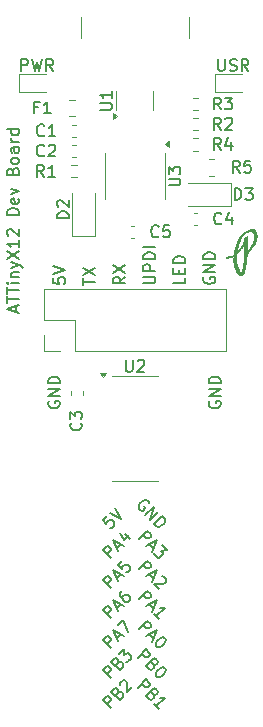
<source format=gto>
%TF.GenerationSoftware,KiCad,Pcbnew,9.0.1*%
%TF.CreationDate,2025-04-18T18:53:21-04:00*%
%TF.ProjectId,attinyx14_dev,61747469-6e79-4783-9134-5f6465762e6b,rev?*%
%TF.SameCoordinates,Original*%
%TF.FileFunction,Legend,Top*%
%TF.FilePolarity,Positive*%
%FSLAX46Y46*%
G04 Gerber Fmt 4.6, Leading zero omitted, Abs format (unit mm)*
G04 Created by KiCad (PCBNEW 9.0.1) date 2025-04-18 18:53:21*
%MOMM*%
%LPD*%
G01*
G04 APERTURE LIST*
%ADD10C,0.153000*%
%ADD11C,0.150000*%
%ADD12C,0.120000*%
%ADD13C,0.010000*%
G04 APERTURE END LIST*
D10*
X4997282Y-36491904D02*
X4949663Y-36587142D01*
X4949663Y-36587142D02*
X4949663Y-36729999D01*
X4949663Y-36729999D02*
X4997282Y-36872856D01*
X4997282Y-36872856D02*
X5092520Y-36968094D01*
X5092520Y-36968094D02*
X5187758Y-37015713D01*
X5187758Y-37015713D02*
X5378234Y-37063332D01*
X5378234Y-37063332D02*
X5521091Y-37063332D01*
X5521091Y-37063332D02*
X5711567Y-37015713D01*
X5711567Y-37015713D02*
X5806805Y-36968094D01*
X5806805Y-36968094D02*
X5902044Y-36872856D01*
X5902044Y-36872856D02*
X5949663Y-36729999D01*
X5949663Y-36729999D02*
X5949663Y-36634761D01*
X5949663Y-36634761D02*
X5902044Y-36491904D01*
X5902044Y-36491904D02*
X5854424Y-36444285D01*
X5854424Y-36444285D02*
X5521091Y-36444285D01*
X5521091Y-36444285D02*
X5521091Y-36634761D01*
X5949663Y-36015713D02*
X4949663Y-36015713D01*
X4949663Y-36015713D02*
X5949663Y-35444285D01*
X5949663Y-35444285D02*
X4949663Y-35444285D01*
X5949663Y-34968094D02*
X4949663Y-34968094D01*
X4949663Y-34968094D02*
X4949663Y-34729999D01*
X4949663Y-34729999D02*
X4997282Y-34587142D01*
X4997282Y-34587142D02*
X5092520Y-34491904D01*
X5092520Y-34491904D02*
X5187758Y-34444285D01*
X5187758Y-34444285D02*
X5378234Y-34396666D01*
X5378234Y-34396666D02*
X5521091Y-34396666D01*
X5521091Y-34396666D02*
X5711567Y-34444285D01*
X5711567Y-34444285D02*
X5806805Y-34491904D01*
X5806805Y-34491904D02*
X5902044Y-34587142D01*
X5902044Y-34587142D02*
X5949663Y-34729999D01*
X5949663Y-34729999D02*
X5949663Y-34968094D01*
X12649054Y-50672045D02*
X13356161Y-49964938D01*
X13356161Y-49964938D02*
X13625535Y-50234312D01*
X13625535Y-50234312D02*
X13659207Y-50335327D01*
X13659207Y-50335327D02*
X13659207Y-50402671D01*
X13659207Y-50402671D02*
X13625535Y-50503686D01*
X13625535Y-50503686D02*
X13524520Y-50604701D01*
X13524520Y-50604701D02*
X13423504Y-50638373D01*
X13423504Y-50638373D02*
X13356161Y-50638373D01*
X13356161Y-50638373D02*
X13255146Y-50604701D01*
X13255146Y-50604701D02*
X12985772Y-50335327D01*
X13524520Y-51143449D02*
X13861237Y-51480167D01*
X13255146Y-51278136D02*
X14197955Y-50806732D01*
X14197955Y-50806732D02*
X13726550Y-51749541D01*
X14568344Y-51311808D02*
X14635688Y-51311808D01*
X14635688Y-51311808D02*
X14736703Y-51345480D01*
X14736703Y-51345480D02*
X14905062Y-51513839D01*
X14905062Y-51513839D02*
X14938733Y-51614854D01*
X14938733Y-51614854D02*
X14938733Y-51682198D01*
X14938733Y-51682198D02*
X14905062Y-51783213D01*
X14905062Y-51783213D02*
X14837718Y-51850556D01*
X14837718Y-51850556D02*
X14703031Y-51917900D01*
X14703031Y-51917900D02*
X13894909Y-51917900D01*
X13894909Y-51917900D02*
X14332642Y-52355633D01*
X12548039Y-58191030D02*
X13255146Y-57483923D01*
X13255146Y-57483923D02*
X13524520Y-57753297D01*
X13524520Y-57753297D02*
X13558192Y-57854312D01*
X13558192Y-57854312D02*
X13558192Y-57921656D01*
X13558192Y-57921656D02*
X13524520Y-58022671D01*
X13524520Y-58022671D02*
X13423505Y-58123686D01*
X13423505Y-58123686D02*
X13322489Y-58157358D01*
X13322489Y-58157358D02*
X13255146Y-58157358D01*
X13255146Y-58157358D02*
X13154131Y-58123686D01*
X13154131Y-58123686D02*
X12884757Y-57854312D01*
X13861237Y-58763449D02*
X13928581Y-58898136D01*
X13928581Y-58898136D02*
X13928581Y-58965480D01*
X13928581Y-58965480D02*
X13894909Y-59066495D01*
X13894909Y-59066495D02*
X13793894Y-59167511D01*
X13793894Y-59167511D02*
X13692879Y-59201182D01*
X13692879Y-59201182D02*
X13625535Y-59201182D01*
X13625535Y-59201182D02*
X13524520Y-59167511D01*
X13524520Y-59167511D02*
X13255146Y-58898136D01*
X13255146Y-58898136D02*
X13962253Y-58191030D01*
X13962253Y-58191030D02*
X14197955Y-58426732D01*
X14197955Y-58426732D02*
X14231627Y-58527747D01*
X14231627Y-58527747D02*
X14231627Y-58595091D01*
X14231627Y-58595091D02*
X14197955Y-58696106D01*
X14197955Y-58696106D02*
X14130611Y-58763449D01*
X14130611Y-58763449D02*
X14029596Y-58797121D01*
X14029596Y-58797121D02*
X13962253Y-58797121D01*
X13962253Y-58797121D02*
X13861237Y-58763449D01*
X13861237Y-58763449D02*
X13625535Y-58527747D01*
X14804046Y-59032823D02*
X14871390Y-59100167D01*
X14871390Y-59100167D02*
X14905062Y-59201182D01*
X14905062Y-59201182D02*
X14905062Y-59268526D01*
X14905062Y-59268526D02*
X14871390Y-59369541D01*
X14871390Y-59369541D02*
X14770375Y-59537900D01*
X14770375Y-59537900D02*
X14602016Y-59706259D01*
X14602016Y-59706259D02*
X14433657Y-59807274D01*
X14433657Y-59807274D02*
X14332642Y-59840946D01*
X14332642Y-59840946D02*
X14265298Y-59840946D01*
X14265298Y-59840946D02*
X14164283Y-59807274D01*
X14164283Y-59807274D02*
X14096940Y-59739930D01*
X14096940Y-59739930D02*
X14063268Y-59638915D01*
X14063268Y-59638915D02*
X14063268Y-59571572D01*
X14063268Y-59571572D02*
X14096940Y-59470556D01*
X14096940Y-59470556D02*
X14197955Y-59302198D01*
X14197955Y-59302198D02*
X14366314Y-59133839D01*
X14366314Y-59133839D02*
X14534672Y-59032823D01*
X14534672Y-59032823D02*
X14635688Y-58999152D01*
X14635688Y-58999152D02*
X14703031Y-58999152D01*
X14703031Y-58999152D02*
X14804046Y-59032823D01*
X12649054Y-53212045D02*
X13356161Y-52504938D01*
X13356161Y-52504938D02*
X13625535Y-52774312D01*
X13625535Y-52774312D02*
X13659207Y-52875327D01*
X13659207Y-52875327D02*
X13659207Y-52942671D01*
X13659207Y-52942671D02*
X13625535Y-53043686D01*
X13625535Y-53043686D02*
X13524520Y-53144701D01*
X13524520Y-53144701D02*
X13423504Y-53178373D01*
X13423504Y-53178373D02*
X13356161Y-53178373D01*
X13356161Y-53178373D02*
X13255146Y-53144701D01*
X13255146Y-53144701D02*
X12985772Y-52875327D01*
X13524520Y-53683449D02*
X13861237Y-54020167D01*
X13255146Y-53818136D02*
X14197955Y-53346732D01*
X14197955Y-53346732D02*
X13726550Y-54289541D01*
X14332642Y-54895633D02*
X13928581Y-54491572D01*
X14130611Y-54693602D02*
X14837718Y-53986495D01*
X14837718Y-53986495D02*
X14669359Y-54020167D01*
X14669359Y-54020167D02*
X14534672Y-54020167D01*
X14534672Y-54020167D02*
X14433657Y-53986495D01*
X10301029Y-59941961D02*
X9593922Y-59234854D01*
X9593922Y-59234854D02*
X9863296Y-58965480D01*
X9863296Y-58965480D02*
X9964311Y-58931808D01*
X9964311Y-58931808D02*
X10031655Y-58931808D01*
X10031655Y-58931808D02*
X10132670Y-58965480D01*
X10132670Y-58965480D02*
X10233685Y-59066495D01*
X10233685Y-59066495D02*
X10267357Y-59167511D01*
X10267357Y-59167511D02*
X10267357Y-59234854D01*
X10267357Y-59234854D02*
X10233685Y-59335869D01*
X10233685Y-59335869D02*
X9964311Y-59605243D01*
X10873449Y-58628763D02*
X11008136Y-58561419D01*
X11008136Y-58561419D02*
X11075479Y-58561419D01*
X11075479Y-58561419D02*
X11176494Y-58595091D01*
X11176494Y-58595091D02*
X11277510Y-58696106D01*
X11277510Y-58696106D02*
X11311181Y-58797121D01*
X11311181Y-58797121D02*
X11311181Y-58864465D01*
X11311181Y-58864465D02*
X11277510Y-58965480D01*
X11277510Y-58965480D02*
X11008136Y-59234854D01*
X11008136Y-59234854D02*
X10301029Y-58527747D01*
X10301029Y-58527747D02*
X10536731Y-58292045D01*
X10536731Y-58292045D02*
X10637746Y-58258373D01*
X10637746Y-58258373D02*
X10705090Y-58258373D01*
X10705090Y-58258373D02*
X10806105Y-58292045D01*
X10806105Y-58292045D02*
X10873449Y-58359388D01*
X10873449Y-58359388D02*
X10907120Y-58460404D01*
X10907120Y-58460404D02*
X10907120Y-58527747D01*
X10907120Y-58527747D02*
X10873449Y-58628763D01*
X10873449Y-58628763D02*
X10637746Y-58864465D01*
X10940792Y-57887984D02*
X11378525Y-57450251D01*
X11378525Y-57450251D02*
X11412197Y-57955327D01*
X11412197Y-57955327D02*
X11513212Y-57854312D01*
X11513212Y-57854312D02*
X11614227Y-57820640D01*
X11614227Y-57820640D02*
X11681571Y-57820640D01*
X11681571Y-57820640D02*
X11782586Y-57854312D01*
X11782586Y-57854312D02*
X11950945Y-58022671D01*
X11950945Y-58022671D02*
X11984616Y-58123686D01*
X11984616Y-58123686D02*
X11984616Y-58191030D01*
X11984616Y-58191030D02*
X11950945Y-58292045D01*
X11950945Y-58292045D02*
X11748914Y-58494076D01*
X11748914Y-58494076D02*
X11647899Y-58527747D01*
X11647899Y-58527747D02*
X11580555Y-58527747D01*
X9930640Y-46198137D02*
X9593922Y-46534854D01*
X9593922Y-46534854D02*
X9896968Y-46905243D01*
X9896968Y-46905243D02*
X9896968Y-46837900D01*
X9896968Y-46837900D02*
X9930640Y-46736885D01*
X9930640Y-46736885D02*
X10098998Y-46568526D01*
X10098998Y-46568526D02*
X10200014Y-46534854D01*
X10200014Y-46534854D02*
X10267357Y-46534854D01*
X10267357Y-46534854D02*
X10368372Y-46568526D01*
X10368372Y-46568526D02*
X10536731Y-46736885D01*
X10536731Y-46736885D02*
X10570403Y-46837900D01*
X10570403Y-46837900D02*
X10570403Y-46905243D01*
X10570403Y-46905243D02*
X10536731Y-47006259D01*
X10536731Y-47006259D02*
X10368372Y-47174617D01*
X10368372Y-47174617D02*
X10267357Y-47208289D01*
X10267357Y-47208289D02*
X10200014Y-47208289D01*
X10166342Y-45962434D02*
X11109151Y-46433839D01*
X11109151Y-46433839D02*
X10637746Y-45491030D01*
X12548039Y-60731030D02*
X13255146Y-60023923D01*
X13255146Y-60023923D02*
X13524520Y-60293297D01*
X13524520Y-60293297D02*
X13558192Y-60394312D01*
X13558192Y-60394312D02*
X13558192Y-60461656D01*
X13558192Y-60461656D02*
X13524520Y-60562671D01*
X13524520Y-60562671D02*
X13423505Y-60663686D01*
X13423505Y-60663686D02*
X13322489Y-60697358D01*
X13322489Y-60697358D02*
X13255146Y-60697358D01*
X13255146Y-60697358D02*
X13154131Y-60663686D01*
X13154131Y-60663686D02*
X12884757Y-60394312D01*
X13861237Y-61303449D02*
X13928581Y-61438136D01*
X13928581Y-61438136D02*
X13928581Y-61505480D01*
X13928581Y-61505480D02*
X13894909Y-61606495D01*
X13894909Y-61606495D02*
X13793894Y-61707511D01*
X13793894Y-61707511D02*
X13692879Y-61741182D01*
X13692879Y-61741182D02*
X13625535Y-61741182D01*
X13625535Y-61741182D02*
X13524520Y-61707511D01*
X13524520Y-61707511D02*
X13255146Y-61438136D01*
X13255146Y-61438136D02*
X13962253Y-60731030D01*
X13962253Y-60731030D02*
X14197955Y-60966732D01*
X14197955Y-60966732D02*
X14231627Y-61067747D01*
X14231627Y-61067747D02*
X14231627Y-61135091D01*
X14231627Y-61135091D02*
X14197955Y-61236106D01*
X14197955Y-61236106D02*
X14130611Y-61303449D01*
X14130611Y-61303449D02*
X14029596Y-61337121D01*
X14029596Y-61337121D02*
X13962253Y-61337121D01*
X13962253Y-61337121D02*
X13861237Y-61303449D01*
X13861237Y-61303449D02*
X13625535Y-61067747D01*
X14332642Y-62515633D02*
X13928581Y-62111572D01*
X14130611Y-62313602D02*
X14837718Y-61606495D01*
X14837718Y-61606495D02*
X14669359Y-61640167D01*
X14669359Y-61640167D02*
X14534672Y-61640167D01*
X14534672Y-61640167D02*
X14433657Y-61606495D01*
X2203948Y-28898866D02*
X2203948Y-28422676D01*
X2489663Y-28994104D02*
X1489663Y-28660771D01*
X1489663Y-28660771D02*
X2489663Y-28327438D01*
X1489663Y-28136961D02*
X1489663Y-27565533D01*
X2489663Y-27851247D02*
X1489663Y-27851247D01*
X1489663Y-27375056D02*
X1489663Y-26803628D01*
X2489663Y-27089342D02*
X1489663Y-27089342D01*
X2489663Y-26470294D02*
X1822996Y-26470294D01*
X1489663Y-26470294D02*
X1537282Y-26517913D01*
X1537282Y-26517913D02*
X1584901Y-26470294D01*
X1584901Y-26470294D02*
X1537282Y-26422675D01*
X1537282Y-26422675D02*
X1489663Y-26470294D01*
X1489663Y-26470294D02*
X1584901Y-26470294D01*
X1822996Y-25994104D02*
X2489663Y-25994104D01*
X1918234Y-25994104D02*
X1870615Y-25946485D01*
X1870615Y-25946485D02*
X1822996Y-25851247D01*
X1822996Y-25851247D02*
X1822996Y-25708390D01*
X1822996Y-25708390D02*
X1870615Y-25613152D01*
X1870615Y-25613152D02*
X1965853Y-25565533D01*
X1965853Y-25565533D02*
X2489663Y-25565533D01*
X1822996Y-25184580D02*
X2489663Y-24946485D01*
X1822996Y-24708390D02*
X2489663Y-24946485D01*
X2489663Y-24946485D02*
X2727758Y-25041723D01*
X2727758Y-25041723D02*
X2775377Y-25089342D01*
X2775377Y-25089342D02*
X2822996Y-25184580D01*
X1489663Y-24422675D02*
X2489663Y-23756009D01*
X1489663Y-23756009D02*
X2489663Y-24422675D01*
X2489663Y-22851247D02*
X2489663Y-23422675D01*
X2489663Y-23136961D02*
X1489663Y-23136961D01*
X1489663Y-23136961D02*
X1632520Y-23232199D01*
X1632520Y-23232199D02*
X1727758Y-23327437D01*
X1727758Y-23327437D02*
X1775377Y-23422675D01*
X1584901Y-22470294D02*
X1537282Y-22422675D01*
X1537282Y-22422675D02*
X1489663Y-22327437D01*
X1489663Y-22327437D02*
X1489663Y-22089342D01*
X1489663Y-22089342D02*
X1537282Y-21994104D01*
X1537282Y-21994104D02*
X1584901Y-21946485D01*
X1584901Y-21946485D02*
X1680139Y-21898866D01*
X1680139Y-21898866D02*
X1775377Y-21898866D01*
X1775377Y-21898866D02*
X1918234Y-21946485D01*
X1918234Y-21946485D02*
X2489663Y-22517913D01*
X2489663Y-22517913D02*
X2489663Y-21898866D01*
X2489663Y-20708389D02*
X1489663Y-20708389D01*
X1489663Y-20708389D02*
X1489663Y-20470294D01*
X1489663Y-20470294D02*
X1537282Y-20327437D01*
X1537282Y-20327437D02*
X1632520Y-20232199D01*
X1632520Y-20232199D02*
X1727758Y-20184580D01*
X1727758Y-20184580D02*
X1918234Y-20136961D01*
X1918234Y-20136961D02*
X2061091Y-20136961D01*
X2061091Y-20136961D02*
X2251567Y-20184580D01*
X2251567Y-20184580D02*
X2346805Y-20232199D01*
X2346805Y-20232199D02*
X2442044Y-20327437D01*
X2442044Y-20327437D02*
X2489663Y-20470294D01*
X2489663Y-20470294D02*
X2489663Y-20708389D01*
X2442044Y-19327437D02*
X2489663Y-19422675D01*
X2489663Y-19422675D02*
X2489663Y-19613151D01*
X2489663Y-19613151D02*
X2442044Y-19708389D01*
X2442044Y-19708389D02*
X2346805Y-19756008D01*
X2346805Y-19756008D02*
X1965853Y-19756008D01*
X1965853Y-19756008D02*
X1870615Y-19708389D01*
X1870615Y-19708389D02*
X1822996Y-19613151D01*
X1822996Y-19613151D02*
X1822996Y-19422675D01*
X1822996Y-19422675D02*
X1870615Y-19327437D01*
X1870615Y-19327437D02*
X1965853Y-19279818D01*
X1965853Y-19279818D02*
X2061091Y-19279818D01*
X2061091Y-19279818D02*
X2156329Y-19756008D01*
X1822996Y-18946484D02*
X2489663Y-18708389D01*
X2489663Y-18708389D02*
X1822996Y-18470294D01*
X1965853Y-16994103D02*
X2013472Y-16851246D01*
X2013472Y-16851246D02*
X2061091Y-16803627D01*
X2061091Y-16803627D02*
X2156329Y-16756008D01*
X2156329Y-16756008D02*
X2299186Y-16756008D01*
X2299186Y-16756008D02*
X2394424Y-16803627D01*
X2394424Y-16803627D02*
X2442044Y-16851246D01*
X2442044Y-16851246D02*
X2489663Y-16946484D01*
X2489663Y-16946484D02*
X2489663Y-17327436D01*
X2489663Y-17327436D02*
X1489663Y-17327436D01*
X1489663Y-17327436D02*
X1489663Y-16994103D01*
X1489663Y-16994103D02*
X1537282Y-16898865D01*
X1537282Y-16898865D02*
X1584901Y-16851246D01*
X1584901Y-16851246D02*
X1680139Y-16803627D01*
X1680139Y-16803627D02*
X1775377Y-16803627D01*
X1775377Y-16803627D02*
X1870615Y-16851246D01*
X1870615Y-16851246D02*
X1918234Y-16898865D01*
X1918234Y-16898865D02*
X1965853Y-16994103D01*
X1965853Y-16994103D02*
X1965853Y-17327436D01*
X2489663Y-16184579D02*
X2442044Y-16279817D01*
X2442044Y-16279817D02*
X2394424Y-16327436D01*
X2394424Y-16327436D02*
X2299186Y-16375055D01*
X2299186Y-16375055D02*
X2013472Y-16375055D01*
X2013472Y-16375055D02*
X1918234Y-16327436D01*
X1918234Y-16327436D02*
X1870615Y-16279817D01*
X1870615Y-16279817D02*
X1822996Y-16184579D01*
X1822996Y-16184579D02*
X1822996Y-16041722D01*
X1822996Y-16041722D02*
X1870615Y-15946484D01*
X1870615Y-15946484D02*
X1918234Y-15898865D01*
X1918234Y-15898865D02*
X2013472Y-15851246D01*
X2013472Y-15851246D02*
X2299186Y-15851246D01*
X2299186Y-15851246D02*
X2394424Y-15898865D01*
X2394424Y-15898865D02*
X2442044Y-15946484D01*
X2442044Y-15946484D02*
X2489663Y-16041722D01*
X2489663Y-16041722D02*
X2489663Y-16184579D01*
X2489663Y-14994103D02*
X1965853Y-14994103D01*
X1965853Y-14994103D02*
X1870615Y-15041722D01*
X1870615Y-15041722D02*
X1822996Y-15136960D01*
X1822996Y-15136960D02*
X1822996Y-15327436D01*
X1822996Y-15327436D02*
X1870615Y-15422674D01*
X2442044Y-14994103D02*
X2489663Y-15089341D01*
X2489663Y-15089341D02*
X2489663Y-15327436D01*
X2489663Y-15327436D02*
X2442044Y-15422674D01*
X2442044Y-15422674D02*
X2346805Y-15470293D01*
X2346805Y-15470293D02*
X2251567Y-15470293D01*
X2251567Y-15470293D02*
X2156329Y-15422674D01*
X2156329Y-15422674D02*
X2108710Y-15327436D01*
X2108710Y-15327436D02*
X2108710Y-15089341D01*
X2108710Y-15089341D02*
X2061091Y-14994103D01*
X2489663Y-14517912D02*
X1822996Y-14517912D01*
X2013472Y-14517912D02*
X1918234Y-14470293D01*
X1918234Y-14470293D02*
X1870615Y-14422674D01*
X1870615Y-14422674D02*
X1822996Y-14327436D01*
X1822996Y-14327436D02*
X1822996Y-14232198D01*
X2489663Y-13470293D02*
X1489663Y-13470293D01*
X2442044Y-13470293D02*
X2489663Y-13565531D01*
X2489663Y-13565531D02*
X2489663Y-13756007D01*
X2489663Y-13756007D02*
X2442044Y-13851245D01*
X2442044Y-13851245D02*
X2394424Y-13898864D01*
X2394424Y-13898864D02*
X2299186Y-13946483D01*
X2299186Y-13946483D02*
X2013472Y-13946483D01*
X2013472Y-13946483D02*
X1918234Y-13898864D01*
X1918234Y-13898864D02*
X1870615Y-13851245D01*
X1870615Y-13851245D02*
X1822996Y-13756007D01*
X1822996Y-13756007D02*
X1822996Y-13565531D01*
X1822996Y-13565531D02*
X1870615Y-13470293D01*
X12649054Y-55752045D02*
X13356161Y-55044938D01*
X13356161Y-55044938D02*
X13625535Y-55314312D01*
X13625535Y-55314312D02*
X13659207Y-55415327D01*
X13659207Y-55415327D02*
X13659207Y-55482671D01*
X13659207Y-55482671D02*
X13625535Y-55583686D01*
X13625535Y-55583686D02*
X13524520Y-55684701D01*
X13524520Y-55684701D02*
X13423504Y-55718373D01*
X13423504Y-55718373D02*
X13356161Y-55718373D01*
X13356161Y-55718373D02*
X13255146Y-55684701D01*
X13255146Y-55684701D02*
X12985772Y-55415327D01*
X13524520Y-56223449D02*
X13861237Y-56560167D01*
X13255146Y-56358136D02*
X14197955Y-55886732D01*
X14197955Y-55886732D02*
X13726550Y-56829541D01*
X14804046Y-56492823D02*
X14871390Y-56560167D01*
X14871390Y-56560167D02*
X14905062Y-56661182D01*
X14905062Y-56661182D02*
X14905062Y-56728526D01*
X14905062Y-56728526D02*
X14871390Y-56829541D01*
X14871390Y-56829541D02*
X14770375Y-56997900D01*
X14770375Y-56997900D02*
X14602016Y-57166259D01*
X14602016Y-57166259D02*
X14433657Y-57267274D01*
X14433657Y-57267274D02*
X14332642Y-57300946D01*
X14332642Y-57300946D02*
X14265298Y-57300946D01*
X14265298Y-57300946D02*
X14164283Y-57267274D01*
X14164283Y-57267274D02*
X14096940Y-57199930D01*
X14096940Y-57199930D02*
X14063268Y-57098915D01*
X14063268Y-57098915D02*
X14063268Y-57031572D01*
X14063268Y-57031572D02*
X14096940Y-56930556D01*
X14096940Y-56930556D02*
X14197955Y-56762198D01*
X14197955Y-56762198D02*
X14366314Y-56593839D01*
X14366314Y-56593839D02*
X14534672Y-56492823D01*
X14534672Y-56492823D02*
X14635688Y-56459152D01*
X14635688Y-56459152D02*
X14703031Y-56459152D01*
X14703031Y-56459152D02*
X14804046Y-56492823D01*
X10301029Y-57401961D02*
X9593922Y-56694854D01*
X9593922Y-56694854D02*
X9863296Y-56425480D01*
X9863296Y-56425480D02*
X9964311Y-56391808D01*
X9964311Y-56391808D02*
X10031655Y-56391808D01*
X10031655Y-56391808D02*
X10132670Y-56425480D01*
X10132670Y-56425480D02*
X10233685Y-56526495D01*
X10233685Y-56526495D02*
X10267357Y-56627511D01*
X10267357Y-56627511D02*
X10267357Y-56694854D01*
X10267357Y-56694854D02*
X10233685Y-56795869D01*
X10233685Y-56795869D02*
X9964311Y-57065243D01*
X10772433Y-56526495D02*
X11109151Y-56189778D01*
X10907120Y-56795869D02*
X10435716Y-55853060D01*
X10435716Y-55853060D02*
X11378525Y-56324465D01*
X10839777Y-55448999D02*
X11311181Y-54977595D01*
X11311181Y-54977595D02*
X11715242Y-55987747D01*
X5409663Y-26020057D02*
X5409663Y-26496247D01*
X5409663Y-26496247D02*
X5885853Y-26543866D01*
X5885853Y-26543866D02*
X5838234Y-26496247D01*
X5838234Y-26496247D02*
X5790615Y-26401009D01*
X5790615Y-26401009D02*
X5790615Y-26162914D01*
X5790615Y-26162914D02*
X5838234Y-26067676D01*
X5838234Y-26067676D02*
X5885853Y-26020057D01*
X5885853Y-26020057D02*
X5981091Y-25972438D01*
X5981091Y-25972438D02*
X6219186Y-25972438D01*
X6219186Y-25972438D02*
X6314424Y-26020057D01*
X6314424Y-26020057D02*
X6362044Y-26067676D01*
X6362044Y-26067676D02*
X6409663Y-26162914D01*
X6409663Y-26162914D02*
X6409663Y-26401009D01*
X6409663Y-26401009D02*
X6362044Y-26496247D01*
X6362044Y-26496247D02*
X6314424Y-26543866D01*
X5409663Y-25686723D02*
X6409663Y-25353390D01*
X6409663Y-25353390D02*
X5409663Y-25020057D01*
X2666667Y-8498463D02*
X2666667Y-7498463D01*
X2666667Y-7498463D02*
X3047619Y-7498463D01*
X3047619Y-7498463D02*
X3142857Y-7546082D01*
X3142857Y-7546082D02*
X3190476Y-7593701D01*
X3190476Y-7593701D02*
X3238095Y-7688939D01*
X3238095Y-7688939D02*
X3238095Y-7831796D01*
X3238095Y-7831796D02*
X3190476Y-7927034D01*
X3190476Y-7927034D02*
X3142857Y-7974653D01*
X3142857Y-7974653D02*
X3047619Y-8022272D01*
X3047619Y-8022272D02*
X2666667Y-8022272D01*
X3571429Y-7498463D02*
X3809524Y-8498463D01*
X3809524Y-8498463D02*
X4000000Y-7784177D01*
X4000000Y-7784177D02*
X4190476Y-8498463D01*
X4190476Y-8498463D02*
X4428572Y-7498463D01*
X5380952Y-8498463D02*
X5047619Y-8022272D01*
X4809524Y-8498463D02*
X4809524Y-7498463D01*
X4809524Y-7498463D02*
X5190476Y-7498463D01*
X5190476Y-7498463D02*
X5285714Y-7546082D01*
X5285714Y-7546082D02*
X5333333Y-7593701D01*
X5333333Y-7593701D02*
X5380952Y-7688939D01*
X5380952Y-7688939D02*
X5380952Y-7831796D01*
X5380952Y-7831796D02*
X5333333Y-7927034D01*
X5333333Y-7927034D02*
X5285714Y-7974653D01*
X5285714Y-7974653D02*
X5190476Y-8022272D01*
X5190476Y-8022272D02*
X4809524Y-8022272D01*
X10301029Y-52321961D02*
X9593922Y-51614854D01*
X9593922Y-51614854D02*
X9863296Y-51345480D01*
X9863296Y-51345480D02*
X9964311Y-51311808D01*
X9964311Y-51311808D02*
X10031655Y-51311808D01*
X10031655Y-51311808D02*
X10132670Y-51345480D01*
X10132670Y-51345480D02*
X10233685Y-51446495D01*
X10233685Y-51446495D02*
X10267357Y-51547511D01*
X10267357Y-51547511D02*
X10267357Y-51614854D01*
X10267357Y-51614854D02*
X10233685Y-51715869D01*
X10233685Y-51715869D02*
X9964311Y-51985243D01*
X10772433Y-51446495D02*
X11109151Y-51109778D01*
X10907120Y-51715869D02*
X10435716Y-50773060D01*
X10435716Y-50773060D02*
X11378525Y-51244465D01*
X11243838Y-49964938D02*
X10907120Y-50301656D01*
X10907120Y-50301656D02*
X11210166Y-50672045D01*
X11210166Y-50672045D02*
X11210166Y-50604701D01*
X11210166Y-50604701D02*
X11243838Y-50503686D01*
X11243838Y-50503686D02*
X11412197Y-50335327D01*
X11412197Y-50335327D02*
X11513212Y-50301656D01*
X11513212Y-50301656D02*
X11580555Y-50301656D01*
X11580555Y-50301656D02*
X11681571Y-50335327D01*
X11681571Y-50335327D02*
X11849929Y-50503686D01*
X11849929Y-50503686D02*
X11883601Y-50604701D01*
X11883601Y-50604701D02*
X11883601Y-50672045D01*
X11883601Y-50672045D02*
X11849929Y-50773060D01*
X11849929Y-50773060D02*
X11681571Y-50941419D01*
X11681571Y-50941419D02*
X11580555Y-50975091D01*
X11580555Y-50975091D02*
X11513212Y-50975091D01*
X18157282Y-25972438D02*
X18109663Y-26067676D01*
X18109663Y-26067676D02*
X18109663Y-26210533D01*
X18109663Y-26210533D02*
X18157282Y-26353390D01*
X18157282Y-26353390D02*
X18252520Y-26448628D01*
X18252520Y-26448628D02*
X18347758Y-26496247D01*
X18347758Y-26496247D02*
X18538234Y-26543866D01*
X18538234Y-26543866D02*
X18681091Y-26543866D01*
X18681091Y-26543866D02*
X18871567Y-26496247D01*
X18871567Y-26496247D02*
X18966805Y-26448628D01*
X18966805Y-26448628D02*
X19062044Y-26353390D01*
X19062044Y-26353390D02*
X19109663Y-26210533D01*
X19109663Y-26210533D02*
X19109663Y-26115295D01*
X19109663Y-26115295D02*
X19062044Y-25972438D01*
X19062044Y-25972438D02*
X19014424Y-25924819D01*
X19014424Y-25924819D02*
X18681091Y-25924819D01*
X18681091Y-25924819D02*
X18681091Y-26115295D01*
X19109663Y-25496247D02*
X18109663Y-25496247D01*
X18109663Y-25496247D02*
X19109663Y-24924819D01*
X19109663Y-24924819D02*
X18109663Y-24924819D01*
X19109663Y-24448628D02*
X18109663Y-24448628D01*
X18109663Y-24448628D02*
X18109663Y-24210533D01*
X18109663Y-24210533D02*
X18157282Y-24067676D01*
X18157282Y-24067676D02*
X18252520Y-23972438D01*
X18252520Y-23972438D02*
X18347758Y-23924819D01*
X18347758Y-23924819D02*
X18538234Y-23877200D01*
X18538234Y-23877200D02*
X18681091Y-23877200D01*
X18681091Y-23877200D02*
X18871567Y-23924819D01*
X18871567Y-23924819D02*
X18966805Y-23972438D01*
X18966805Y-23972438D02*
X19062044Y-24067676D01*
X19062044Y-24067676D02*
X19109663Y-24210533D01*
X19109663Y-24210533D02*
X19109663Y-24448628D01*
X11489663Y-25924819D02*
X11013472Y-26258152D01*
X11489663Y-26496247D02*
X10489663Y-26496247D01*
X10489663Y-26496247D02*
X10489663Y-26115295D01*
X10489663Y-26115295D02*
X10537282Y-26020057D01*
X10537282Y-26020057D02*
X10584901Y-25972438D01*
X10584901Y-25972438D02*
X10680139Y-25924819D01*
X10680139Y-25924819D02*
X10822996Y-25924819D01*
X10822996Y-25924819D02*
X10918234Y-25972438D01*
X10918234Y-25972438D02*
X10965853Y-26020057D01*
X10965853Y-26020057D02*
X11013472Y-26115295D01*
X11013472Y-26115295D02*
X11013472Y-26496247D01*
X10489663Y-25591485D02*
X11489663Y-24924819D01*
X10489663Y-24924819D02*
X11489663Y-25591485D01*
X10301029Y-49781961D02*
X9593922Y-49074854D01*
X9593922Y-49074854D02*
X9863296Y-48805480D01*
X9863296Y-48805480D02*
X9964311Y-48771808D01*
X9964311Y-48771808D02*
X10031655Y-48771808D01*
X10031655Y-48771808D02*
X10132670Y-48805480D01*
X10132670Y-48805480D02*
X10233685Y-48906495D01*
X10233685Y-48906495D02*
X10267357Y-49007511D01*
X10267357Y-49007511D02*
X10267357Y-49074854D01*
X10267357Y-49074854D02*
X10233685Y-49175869D01*
X10233685Y-49175869D02*
X9964311Y-49445243D01*
X10772433Y-48906495D02*
X11109151Y-48569778D01*
X10907120Y-49175869D02*
X10435716Y-48233060D01*
X10435716Y-48233060D02*
X11378525Y-48704465D01*
X11445868Y-47694312D02*
X11917273Y-48165717D01*
X11008136Y-47593297D02*
X11344853Y-48266732D01*
X11344853Y-48266732D02*
X11782586Y-47828999D01*
X12649054Y-48132045D02*
X13356161Y-47424938D01*
X13356161Y-47424938D02*
X13625535Y-47694312D01*
X13625535Y-47694312D02*
X13659207Y-47795327D01*
X13659207Y-47795327D02*
X13659207Y-47862671D01*
X13659207Y-47862671D02*
X13625535Y-47963686D01*
X13625535Y-47963686D02*
X13524520Y-48064701D01*
X13524520Y-48064701D02*
X13423504Y-48098373D01*
X13423504Y-48098373D02*
X13356161Y-48098373D01*
X13356161Y-48098373D02*
X13255146Y-48064701D01*
X13255146Y-48064701D02*
X12985772Y-47795327D01*
X13524520Y-48603449D02*
X13861237Y-48940167D01*
X13255146Y-48738136D02*
X14197955Y-48266732D01*
X14197955Y-48266732D02*
X13726550Y-49209541D01*
X14602016Y-48670793D02*
X15039749Y-49108526D01*
X15039749Y-49108526D02*
X14534672Y-49142198D01*
X14534672Y-49142198D02*
X14635688Y-49243213D01*
X14635688Y-49243213D02*
X14669359Y-49344228D01*
X14669359Y-49344228D02*
X14669359Y-49411572D01*
X14669359Y-49411572D02*
X14635688Y-49512587D01*
X14635688Y-49512587D02*
X14467329Y-49680946D01*
X14467329Y-49680946D02*
X14366314Y-49714617D01*
X14366314Y-49714617D02*
X14298970Y-49714617D01*
X14298970Y-49714617D02*
X14197955Y-49680946D01*
X14197955Y-49680946D02*
X13995924Y-49478915D01*
X13995924Y-49478915D02*
X13962253Y-49377900D01*
X13962253Y-49377900D02*
X13962253Y-49310556D01*
X13524520Y-45120641D02*
X13490848Y-45019625D01*
X13490848Y-45019625D02*
X13389833Y-44918610D01*
X13389833Y-44918610D02*
X13255146Y-44851266D01*
X13255146Y-44851266D02*
X13120459Y-44851266D01*
X13120459Y-44851266D02*
X13019444Y-44884938D01*
X13019444Y-44884938D02*
X12851085Y-44985954D01*
X12851085Y-44985954D02*
X12750070Y-45086969D01*
X12750070Y-45086969D02*
X12649054Y-45255328D01*
X12649054Y-45255328D02*
X12615383Y-45356343D01*
X12615383Y-45356343D02*
X12615383Y-45491030D01*
X12615383Y-45491030D02*
X12682726Y-45625717D01*
X12682726Y-45625717D02*
X12750070Y-45693060D01*
X12750070Y-45693060D02*
X12884757Y-45760404D01*
X12884757Y-45760404D02*
X12952100Y-45760404D01*
X12952100Y-45760404D02*
X13187802Y-45524702D01*
X13187802Y-45524702D02*
X13053115Y-45390015D01*
X13187802Y-46130793D02*
X13894909Y-45423686D01*
X13894909Y-45423686D02*
X13591863Y-46534854D01*
X13591863Y-46534854D02*
X14298970Y-45827747D01*
X13928581Y-46871572D02*
X14635688Y-46164465D01*
X14635688Y-46164465D02*
X14804046Y-46332824D01*
X14804046Y-46332824D02*
X14871390Y-46467511D01*
X14871390Y-46467511D02*
X14871390Y-46602198D01*
X14871390Y-46602198D02*
X14837718Y-46703213D01*
X14837718Y-46703213D02*
X14736703Y-46871572D01*
X14736703Y-46871572D02*
X14635688Y-46972587D01*
X14635688Y-46972587D02*
X14467329Y-47073602D01*
X14467329Y-47073602D02*
X14366314Y-47107274D01*
X14366314Y-47107274D02*
X14231627Y-47107274D01*
X14231627Y-47107274D02*
X14096940Y-47039930D01*
X14096940Y-47039930D02*
X13928581Y-46871572D01*
X18607282Y-36491904D02*
X18559663Y-36587142D01*
X18559663Y-36587142D02*
X18559663Y-36729999D01*
X18559663Y-36729999D02*
X18607282Y-36872856D01*
X18607282Y-36872856D02*
X18702520Y-36968094D01*
X18702520Y-36968094D02*
X18797758Y-37015713D01*
X18797758Y-37015713D02*
X18988234Y-37063332D01*
X18988234Y-37063332D02*
X19131091Y-37063332D01*
X19131091Y-37063332D02*
X19321567Y-37015713D01*
X19321567Y-37015713D02*
X19416805Y-36968094D01*
X19416805Y-36968094D02*
X19512044Y-36872856D01*
X19512044Y-36872856D02*
X19559663Y-36729999D01*
X19559663Y-36729999D02*
X19559663Y-36634761D01*
X19559663Y-36634761D02*
X19512044Y-36491904D01*
X19512044Y-36491904D02*
X19464424Y-36444285D01*
X19464424Y-36444285D02*
X19131091Y-36444285D01*
X19131091Y-36444285D02*
X19131091Y-36634761D01*
X19559663Y-36015713D02*
X18559663Y-36015713D01*
X18559663Y-36015713D02*
X19559663Y-35444285D01*
X19559663Y-35444285D02*
X18559663Y-35444285D01*
X19559663Y-34968094D02*
X18559663Y-34968094D01*
X18559663Y-34968094D02*
X18559663Y-34729999D01*
X18559663Y-34729999D02*
X18607282Y-34587142D01*
X18607282Y-34587142D02*
X18702520Y-34491904D01*
X18702520Y-34491904D02*
X18797758Y-34444285D01*
X18797758Y-34444285D02*
X18988234Y-34396666D01*
X18988234Y-34396666D02*
X19131091Y-34396666D01*
X19131091Y-34396666D02*
X19321567Y-34444285D01*
X19321567Y-34444285D02*
X19416805Y-34491904D01*
X19416805Y-34491904D02*
X19512044Y-34587142D01*
X19512044Y-34587142D02*
X19559663Y-34729999D01*
X19559663Y-34729999D02*
X19559663Y-34968094D01*
X10301029Y-62481961D02*
X9593922Y-61774854D01*
X9593922Y-61774854D02*
X9863296Y-61505480D01*
X9863296Y-61505480D02*
X9964311Y-61471808D01*
X9964311Y-61471808D02*
X10031655Y-61471808D01*
X10031655Y-61471808D02*
X10132670Y-61505480D01*
X10132670Y-61505480D02*
X10233685Y-61606495D01*
X10233685Y-61606495D02*
X10267357Y-61707511D01*
X10267357Y-61707511D02*
X10267357Y-61774854D01*
X10267357Y-61774854D02*
X10233685Y-61875869D01*
X10233685Y-61875869D02*
X9964311Y-62145243D01*
X10873449Y-61168763D02*
X11008136Y-61101419D01*
X11008136Y-61101419D02*
X11075479Y-61101419D01*
X11075479Y-61101419D02*
X11176494Y-61135091D01*
X11176494Y-61135091D02*
X11277510Y-61236106D01*
X11277510Y-61236106D02*
X11311181Y-61337121D01*
X11311181Y-61337121D02*
X11311181Y-61404465D01*
X11311181Y-61404465D02*
X11277510Y-61505480D01*
X11277510Y-61505480D02*
X11008136Y-61774854D01*
X11008136Y-61774854D02*
X10301029Y-61067747D01*
X10301029Y-61067747D02*
X10536731Y-60832045D01*
X10536731Y-60832045D02*
X10637746Y-60798373D01*
X10637746Y-60798373D02*
X10705090Y-60798373D01*
X10705090Y-60798373D02*
X10806105Y-60832045D01*
X10806105Y-60832045D02*
X10873449Y-60899388D01*
X10873449Y-60899388D02*
X10907120Y-61000404D01*
X10907120Y-61000404D02*
X10907120Y-61067747D01*
X10907120Y-61067747D02*
X10873449Y-61168763D01*
X10873449Y-61168763D02*
X10637746Y-61404465D01*
X11041807Y-60461656D02*
X11041807Y-60394312D01*
X11041807Y-60394312D02*
X11075479Y-60293297D01*
X11075479Y-60293297D02*
X11243838Y-60124938D01*
X11243838Y-60124938D02*
X11344853Y-60091266D01*
X11344853Y-60091266D02*
X11412197Y-60091266D01*
X11412197Y-60091266D02*
X11513212Y-60124938D01*
X11513212Y-60124938D02*
X11580555Y-60192282D01*
X11580555Y-60192282D02*
X11647899Y-60326969D01*
X11647899Y-60326969D02*
X11647899Y-61135091D01*
X11647899Y-61135091D02*
X12085632Y-60697358D01*
X10301029Y-54861961D02*
X9593922Y-54154854D01*
X9593922Y-54154854D02*
X9863296Y-53885480D01*
X9863296Y-53885480D02*
X9964311Y-53851808D01*
X9964311Y-53851808D02*
X10031655Y-53851808D01*
X10031655Y-53851808D02*
X10132670Y-53885480D01*
X10132670Y-53885480D02*
X10233685Y-53986495D01*
X10233685Y-53986495D02*
X10267357Y-54087511D01*
X10267357Y-54087511D02*
X10267357Y-54154854D01*
X10267357Y-54154854D02*
X10233685Y-54255869D01*
X10233685Y-54255869D02*
X9964311Y-54525243D01*
X10772433Y-53986495D02*
X11109151Y-53649778D01*
X10907120Y-54255869D02*
X10435716Y-53313060D01*
X10435716Y-53313060D02*
X11378525Y-53784465D01*
X11210166Y-52538610D02*
X11075479Y-52673297D01*
X11075479Y-52673297D02*
X11041807Y-52774312D01*
X11041807Y-52774312D02*
X11041807Y-52841656D01*
X11041807Y-52841656D02*
X11075479Y-53010014D01*
X11075479Y-53010014D02*
X11176494Y-53178373D01*
X11176494Y-53178373D02*
X11445868Y-53447747D01*
X11445868Y-53447747D02*
X11546884Y-53481419D01*
X11546884Y-53481419D02*
X11614227Y-53481419D01*
X11614227Y-53481419D02*
X11715242Y-53447747D01*
X11715242Y-53447747D02*
X11849929Y-53313060D01*
X11849929Y-53313060D02*
X11883601Y-53212045D01*
X11883601Y-53212045D02*
X11883601Y-53144701D01*
X11883601Y-53144701D02*
X11849929Y-53043686D01*
X11849929Y-53043686D02*
X11681571Y-52875327D01*
X11681571Y-52875327D02*
X11580555Y-52841656D01*
X11580555Y-52841656D02*
X11513212Y-52841656D01*
X11513212Y-52841656D02*
X11412197Y-52875327D01*
X11412197Y-52875327D02*
X11277510Y-53010014D01*
X11277510Y-53010014D02*
X11243838Y-53111030D01*
X11243838Y-53111030D02*
X11243838Y-53178373D01*
X11243838Y-53178373D02*
X11277510Y-53279388D01*
X16569663Y-26020057D02*
X16569663Y-26496247D01*
X16569663Y-26496247D02*
X15569663Y-26496247D01*
X16045853Y-25686723D02*
X16045853Y-25353390D01*
X16569663Y-25210533D02*
X16569663Y-25686723D01*
X16569663Y-25686723D02*
X15569663Y-25686723D01*
X15569663Y-25686723D02*
X15569663Y-25210533D01*
X16569663Y-24781961D02*
X15569663Y-24781961D01*
X15569663Y-24781961D02*
X15569663Y-24543866D01*
X15569663Y-24543866D02*
X15617282Y-24401009D01*
X15617282Y-24401009D02*
X15712520Y-24305771D01*
X15712520Y-24305771D02*
X15807758Y-24258152D01*
X15807758Y-24258152D02*
X15998234Y-24210533D01*
X15998234Y-24210533D02*
X16141091Y-24210533D01*
X16141091Y-24210533D02*
X16331567Y-24258152D01*
X16331567Y-24258152D02*
X16426805Y-24305771D01*
X16426805Y-24305771D02*
X16522044Y-24401009D01*
X16522044Y-24401009D02*
X16569663Y-24543866D01*
X16569663Y-24543866D02*
X16569663Y-24781961D01*
X19338095Y-7498463D02*
X19338095Y-8307986D01*
X19338095Y-8307986D02*
X19385714Y-8403224D01*
X19385714Y-8403224D02*
X19433333Y-8450844D01*
X19433333Y-8450844D02*
X19528571Y-8498463D01*
X19528571Y-8498463D02*
X19719047Y-8498463D01*
X19719047Y-8498463D02*
X19814285Y-8450844D01*
X19814285Y-8450844D02*
X19861904Y-8403224D01*
X19861904Y-8403224D02*
X19909523Y-8307986D01*
X19909523Y-8307986D02*
X19909523Y-7498463D01*
X20338095Y-8450844D02*
X20480952Y-8498463D01*
X20480952Y-8498463D02*
X20719047Y-8498463D01*
X20719047Y-8498463D02*
X20814285Y-8450844D01*
X20814285Y-8450844D02*
X20861904Y-8403224D01*
X20861904Y-8403224D02*
X20909523Y-8307986D01*
X20909523Y-8307986D02*
X20909523Y-8212748D01*
X20909523Y-8212748D02*
X20861904Y-8117510D01*
X20861904Y-8117510D02*
X20814285Y-8069891D01*
X20814285Y-8069891D02*
X20719047Y-8022272D01*
X20719047Y-8022272D02*
X20528571Y-7974653D01*
X20528571Y-7974653D02*
X20433333Y-7927034D01*
X20433333Y-7927034D02*
X20385714Y-7879415D01*
X20385714Y-7879415D02*
X20338095Y-7784177D01*
X20338095Y-7784177D02*
X20338095Y-7688939D01*
X20338095Y-7688939D02*
X20385714Y-7593701D01*
X20385714Y-7593701D02*
X20433333Y-7546082D01*
X20433333Y-7546082D02*
X20528571Y-7498463D01*
X20528571Y-7498463D02*
X20766666Y-7498463D01*
X20766666Y-7498463D02*
X20909523Y-7546082D01*
X21909523Y-8498463D02*
X21576190Y-8022272D01*
X21338095Y-8498463D02*
X21338095Y-7498463D01*
X21338095Y-7498463D02*
X21719047Y-7498463D01*
X21719047Y-7498463D02*
X21814285Y-7546082D01*
X21814285Y-7546082D02*
X21861904Y-7593701D01*
X21861904Y-7593701D02*
X21909523Y-7688939D01*
X21909523Y-7688939D02*
X21909523Y-7831796D01*
X21909523Y-7831796D02*
X21861904Y-7927034D01*
X21861904Y-7927034D02*
X21814285Y-7974653D01*
X21814285Y-7974653D02*
X21719047Y-8022272D01*
X21719047Y-8022272D02*
X21338095Y-8022272D01*
X13029663Y-26496247D02*
X13839186Y-26496247D01*
X13839186Y-26496247D02*
X13934424Y-26448628D01*
X13934424Y-26448628D02*
X13982044Y-26401009D01*
X13982044Y-26401009D02*
X14029663Y-26305771D01*
X14029663Y-26305771D02*
X14029663Y-26115295D01*
X14029663Y-26115295D02*
X13982044Y-26020057D01*
X13982044Y-26020057D02*
X13934424Y-25972438D01*
X13934424Y-25972438D02*
X13839186Y-25924819D01*
X13839186Y-25924819D02*
X13029663Y-25924819D01*
X14029663Y-25448628D02*
X13029663Y-25448628D01*
X13029663Y-25448628D02*
X13029663Y-25067676D01*
X13029663Y-25067676D02*
X13077282Y-24972438D01*
X13077282Y-24972438D02*
X13124901Y-24924819D01*
X13124901Y-24924819D02*
X13220139Y-24877200D01*
X13220139Y-24877200D02*
X13362996Y-24877200D01*
X13362996Y-24877200D02*
X13458234Y-24924819D01*
X13458234Y-24924819D02*
X13505853Y-24972438D01*
X13505853Y-24972438D02*
X13553472Y-25067676D01*
X13553472Y-25067676D02*
X13553472Y-25448628D01*
X14029663Y-24448628D02*
X13029663Y-24448628D01*
X13029663Y-24448628D02*
X13029663Y-24210533D01*
X13029663Y-24210533D02*
X13077282Y-24067676D01*
X13077282Y-24067676D02*
X13172520Y-23972438D01*
X13172520Y-23972438D02*
X13267758Y-23924819D01*
X13267758Y-23924819D02*
X13458234Y-23877200D01*
X13458234Y-23877200D02*
X13601091Y-23877200D01*
X13601091Y-23877200D02*
X13791567Y-23924819D01*
X13791567Y-23924819D02*
X13886805Y-23972438D01*
X13886805Y-23972438D02*
X13982044Y-24067676D01*
X13982044Y-24067676D02*
X14029663Y-24210533D01*
X14029663Y-24210533D02*
X14029663Y-24448628D01*
X14029663Y-23448628D02*
X13029663Y-23448628D01*
X7949663Y-26639104D02*
X7949663Y-26067676D01*
X8949663Y-26353390D02*
X7949663Y-26353390D01*
X7949663Y-25829580D02*
X8949663Y-25162914D01*
X7949663Y-25162914D02*
X8949663Y-25829580D01*
D11*
X4613333Y-15659580D02*
X4565714Y-15707200D01*
X4565714Y-15707200D02*
X4422857Y-15754819D01*
X4422857Y-15754819D02*
X4327619Y-15754819D01*
X4327619Y-15754819D02*
X4184762Y-15707200D01*
X4184762Y-15707200D02*
X4089524Y-15611961D01*
X4089524Y-15611961D02*
X4041905Y-15516723D01*
X4041905Y-15516723D02*
X3994286Y-15326247D01*
X3994286Y-15326247D02*
X3994286Y-15183390D01*
X3994286Y-15183390D02*
X4041905Y-14992914D01*
X4041905Y-14992914D02*
X4089524Y-14897676D01*
X4089524Y-14897676D02*
X4184762Y-14802438D01*
X4184762Y-14802438D02*
X4327619Y-14754819D01*
X4327619Y-14754819D02*
X4422857Y-14754819D01*
X4422857Y-14754819D02*
X4565714Y-14802438D01*
X4565714Y-14802438D02*
X4613333Y-14850057D01*
X4994286Y-14850057D02*
X5041905Y-14802438D01*
X5041905Y-14802438D02*
X5137143Y-14754819D01*
X5137143Y-14754819D02*
X5375238Y-14754819D01*
X5375238Y-14754819D02*
X5470476Y-14802438D01*
X5470476Y-14802438D02*
X5518095Y-14850057D01*
X5518095Y-14850057D02*
X5565714Y-14945295D01*
X5565714Y-14945295D02*
X5565714Y-15040533D01*
X5565714Y-15040533D02*
X5518095Y-15183390D01*
X5518095Y-15183390D02*
X4946667Y-15754819D01*
X4946667Y-15754819D02*
X5565714Y-15754819D01*
X19593333Y-15194819D02*
X19260000Y-14718628D01*
X19021905Y-15194819D02*
X19021905Y-14194819D01*
X19021905Y-14194819D02*
X19402857Y-14194819D01*
X19402857Y-14194819D02*
X19498095Y-14242438D01*
X19498095Y-14242438D02*
X19545714Y-14290057D01*
X19545714Y-14290057D02*
X19593333Y-14385295D01*
X19593333Y-14385295D02*
X19593333Y-14528152D01*
X19593333Y-14528152D02*
X19545714Y-14623390D01*
X19545714Y-14623390D02*
X19498095Y-14671009D01*
X19498095Y-14671009D02*
X19402857Y-14718628D01*
X19402857Y-14718628D02*
X19021905Y-14718628D01*
X20450476Y-14528152D02*
X20450476Y-15194819D01*
X20212381Y-14147200D02*
X19974286Y-14861485D01*
X19974286Y-14861485D02*
X20593333Y-14861485D01*
X11538095Y-32974819D02*
X11538095Y-33784342D01*
X11538095Y-33784342D02*
X11585714Y-33879580D01*
X11585714Y-33879580D02*
X11633333Y-33927200D01*
X11633333Y-33927200D02*
X11728571Y-33974819D01*
X11728571Y-33974819D02*
X11919047Y-33974819D01*
X11919047Y-33974819D02*
X12014285Y-33927200D01*
X12014285Y-33927200D02*
X12061904Y-33879580D01*
X12061904Y-33879580D02*
X12109523Y-33784342D01*
X12109523Y-33784342D02*
X12109523Y-32974819D01*
X12538095Y-33070057D02*
X12585714Y-33022438D01*
X12585714Y-33022438D02*
X12680952Y-32974819D01*
X12680952Y-32974819D02*
X12919047Y-32974819D01*
X12919047Y-32974819D02*
X13014285Y-33022438D01*
X13014285Y-33022438D02*
X13061904Y-33070057D01*
X13061904Y-33070057D02*
X13109523Y-33165295D01*
X13109523Y-33165295D02*
X13109523Y-33260533D01*
X13109523Y-33260533D02*
X13061904Y-33403390D01*
X13061904Y-33403390D02*
X12490476Y-33974819D01*
X12490476Y-33974819D02*
X13109523Y-33974819D01*
X19593333Y-13484819D02*
X19260000Y-13008628D01*
X19021905Y-13484819D02*
X19021905Y-12484819D01*
X19021905Y-12484819D02*
X19402857Y-12484819D01*
X19402857Y-12484819D02*
X19498095Y-12532438D01*
X19498095Y-12532438D02*
X19545714Y-12580057D01*
X19545714Y-12580057D02*
X19593333Y-12675295D01*
X19593333Y-12675295D02*
X19593333Y-12818152D01*
X19593333Y-12818152D02*
X19545714Y-12913390D01*
X19545714Y-12913390D02*
X19498095Y-12961009D01*
X19498095Y-12961009D02*
X19402857Y-13008628D01*
X19402857Y-13008628D02*
X19021905Y-13008628D01*
X19974286Y-12580057D02*
X20021905Y-12532438D01*
X20021905Y-12532438D02*
X20117143Y-12484819D01*
X20117143Y-12484819D02*
X20355238Y-12484819D01*
X20355238Y-12484819D02*
X20450476Y-12532438D01*
X20450476Y-12532438D02*
X20498095Y-12580057D01*
X20498095Y-12580057D02*
X20545714Y-12675295D01*
X20545714Y-12675295D02*
X20545714Y-12770533D01*
X20545714Y-12770533D02*
X20498095Y-12913390D01*
X20498095Y-12913390D02*
X19926667Y-13484819D01*
X19926667Y-13484819D02*
X20545714Y-13484819D01*
X9354819Y-11811904D02*
X10164342Y-11811904D01*
X10164342Y-11811904D02*
X10259580Y-11764285D01*
X10259580Y-11764285D02*
X10307200Y-11716666D01*
X10307200Y-11716666D02*
X10354819Y-11621428D01*
X10354819Y-11621428D02*
X10354819Y-11430952D01*
X10354819Y-11430952D02*
X10307200Y-11335714D01*
X10307200Y-11335714D02*
X10259580Y-11288095D01*
X10259580Y-11288095D02*
X10164342Y-11240476D01*
X10164342Y-11240476D02*
X9354819Y-11240476D01*
X10354819Y-10240476D02*
X10354819Y-10811904D01*
X10354819Y-10526190D02*
X9354819Y-10526190D01*
X9354819Y-10526190D02*
X9497676Y-10621428D01*
X9497676Y-10621428D02*
X9592914Y-10716666D01*
X9592914Y-10716666D02*
X9640533Y-10811904D01*
X20742505Y-19424819D02*
X20742505Y-18424819D01*
X20742505Y-18424819D02*
X20980600Y-18424819D01*
X20980600Y-18424819D02*
X21123457Y-18472438D01*
X21123457Y-18472438D02*
X21218695Y-18567676D01*
X21218695Y-18567676D02*
X21266314Y-18662914D01*
X21266314Y-18662914D02*
X21313933Y-18853390D01*
X21313933Y-18853390D02*
X21313933Y-18996247D01*
X21313933Y-18996247D02*
X21266314Y-19186723D01*
X21266314Y-19186723D02*
X21218695Y-19281961D01*
X21218695Y-19281961D02*
X21123457Y-19377200D01*
X21123457Y-19377200D02*
X20980600Y-19424819D01*
X20980600Y-19424819D02*
X20742505Y-19424819D01*
X21647267Y-18424819D02*
X22266314Y-18424819D01*
X22266314Y-18424819D02*
X21932981Y-18805771D01*
X21932981Y-18805771D02*
X22075838Y-18805771D01*
X22075838Y-18805771D02*
X22171076Y-18853390D01*
X22171076Y-18853390D02*
X22218695Y-18901009D01*
X22218695Y-18901009D02*
X22266314Y-18996247D01*
X22266314Y-18996247D02*
X22266314Y-19234342D01*
X22266314Y-19234342D02*
X22218695Y-19329580D01*
X22218695Y-19329580D02*
X22171076Y-19377200D01*
X22171076Y-19377200D02*
X22075838Y-19424819D01*
X22075838Y-19424819D02*
X21790124Y-19424819D01*
X21790124Y-19424819D02*
X21694886Y-19377200D01*
X21694886Y-19377200D02*
X21647267Y-19329580D01*
X19593333Y-11774819D02*
X19260000Y-11298628D01*
X19021905Y-11774819D02*
X19021905Y-10774819D01*
X19021905Y-10774819D02*
X19402857Y-10774819D01*
X19402857Y-10774819D02*
X19498095Y-10822438D01*
X19498095Y-10822438D02*
X19545714Y-10870057D01*
X19545714Y-10870057D02*
X19593333Y-10965295D01*
X19593333Y-10965295D02*
X19593333Y-11108152D01*
X19593333Y-11108152D02*
X19545714Y-11203390D01*
X19545714Y-11203390D02*
X19498095Y-11251009D01*
X19498095Y-11251009D02*
X19402857Y-11298628D01*
X19402857Y-11298628D02*
X19021905Y-11298628D01*
X19926667Y-10774819D02*
X20545714Y-10774819D01*
X20545714Y-10774819D02*
X20212381Y-11155771D01*
X20212381Y-11155771D02*
X20355238Y-11155771D01*
X20355238Y-11155771D02*
X20450476Y-11203390D01*
X20450476Y-11203390D02*
X20498095Y-11251009D01*
X20498095Y-11251009D02*
X20545714Y-11346247D01*
X20545714Y-11346247D02*
X20545714Y-11584342D01*
X20545714Y-11584342D02*
X20498095Y-11679580D01*
X20498095Y-11679580D02*
X20450476Y-11727200D01*
X20450476Y-11727200D02*
X20355238Y-11774819D01*
X20355238Y-11774819D02*
X20069524Y-11774819D01*
X20069524Y-11774819D02*
X19974286Y-11727200D01*
X19974286Y-11727200D02*
X19926667Y-11679580D01*
X21173333Y-17124819D02*
X20840000Y-16648628D01*
X20601905Y-17124819D02*
X20601905Y-16124819D01*
X20601905Y-16124819D02*
X20982857Y-16124819D01*
X20982857Y-16124819D02*
X21078095Y-16172438D01*
X21078095Y-16172438D02*
X21125714Y-16220057D01*
X21125714Y-16220057D02*
X21173333Y-16315295D01*
X21173333Y-16315295D02*
X21173333Y-16458152D01*
X21173333Y-16458152D02*
X21125714Y-16553390D01*
X21125714Y-16553390D02*
X21078095Y-16601009D01*
X21078095Y-16601009D02*
X20982857Y-16648628D01*
X20982857Y-16648628D02*
X20601905Y-16648628D01*
X22078095Y-16124819D02*
X21601905Y-16124819D01*
X21601905Y-16124819D02*
X21554286Y-16601009D01*
X21554286Y-16601009D02*
X21601905Y-16553390D01*
X21601905Y-16553390D02*
X21697143Y-16505771D01*
X21697143Y-16505771D02*
X21935238Y-16505771D01*
X21935238Y-16505771D02*
X22030476Y-16553390D01*
X22030476Y-16553390D02*
X22078095Y-16601009D01*
X22078095Y-16601009D02*
X22125714Y-16696247D01*
X22125714Y-16696247D02*
X22125714Y-16934342D01*
X22125714Y-16934342D02*
X22078095Y-17029580D01*
X22078095Y-17029580D02*
X22030476Y-17077200D01*
X22030476Y-17077200D02*
X21935238Y-17124819D01*
X21935238Y-17124819D02*
X21697143Y-17124819D01*
X21697143Y-17124819D02*
X21601905Y-17077200D01*
X21601905Y-17077200D02*
X21554286Y-17029580D01*
X14303333Y-22499580D02*
X14255714Y-22547200D01*
X14255714Y-22547200D02*
X14112857Y-22594819D01*
X14112857Y-22594819D02*
X14017619Y-22594819D01*
X14017619Y-22594819D02*
X13874762Y-22547200D01*
X13874762Y-22547200D02*
X13779524Y-22451961D01*
X13779524Y-22451961D02*
X13731905Y-22356723D01*
X13731905Y-22356723D02*
X13684286Y-22166247D01*
X13684286Y-22166247D02*
X13684286Y-22023390D01*
X13684286Y-22023390D02*
X13731905Y-21832914D01*
X13731905Y-21832914D02*
X13779524Y-21737676D01*
X13779524Y-21737676D02*
X13874762Y-21642438D01*
X13874762Y-21642438D02*
X14017619Y-21594819D01*
X14017619Y-21594819D02*
X14112857Y-21594819D01*
X14112857Y-21594819D02*
X14255714Y-21642438D01*
X14255714Y-21642438D02*
X14303333Y-21690057D01*
X15208095Y-21594819D02*
X14731905Y-21594819D01*
X14731905Y-21594819D02*
X14684286Y-22071009D01*
X14684286Y-22071009D02*
X14731905Y-22023390D01*
X14731905Y-22023390D02*
X14827143Y-21975771D01*
X14827143Y-21975771D02*
X15065238Y-21975771D01*
X15065238Y-21975771D02*
X15160476Y-22023390D01*
X15160476Y-22023390D02*
X15208095Y-22071009D01*
X15208095Y-22071009D02*
X15255714Y-22166247D01*
X15255714Y-22166247D02*
X15255714Y-22404342D01*
X15255714Y-22404342D02*
X15208095Y-22499580D01*
X15208095Y-22499580D02*
X15160476Y-22547200D01*
X15160476Y-22547200D02*
X15065238Y-22594819D01*
X15065238Y-22594819D02*
X14827143Y-22594819D01*
X14827143Y-22594819D02*
X14731905Y-22547200D01*
X14731905Y-22547200D02*
X14684286Y-22499580D01*
X4613333Y-13949580D02*
X4565714Y-13997200D01*
X4565714Y-13997200D02*
X4422857Y-14044819D01*
X4422857Y-14044819D02*
X4327619Y-14044819D01*
X4327619Y-14044819D02*
X4184762Y-13997200D01*
X4184762Y-13997200D02*
X4089524Y-13901961D01*
X4089524Y-13901961D02*
X4041905Y-13806723D01*
X4041905Y-13806723D02*
X3994286Y-13616247D01*
X3994286Y-13616247D02*
X3994286Y-13473390D01*
X3994286Y-13473390D02*
X4041905Y-13282914D01*
X4041905Y-13282914D02*
X4089524Y-13187676D01*
X4089524Y-13187676D02*
X4184762Y-13092438D01*
X4184762Y-13092438D02*
X4327619Y-13044819D01*
X4327619Y-13044819D02*
X4422857Y-13044819D01*
X4422857Y-13044819D02*
X4565714Y-13092438D01*
X4565714Y-13092438D02*
X4613333Y-13140057D01*
X5565714Y-14044819D02*
X4994286Y-14044819D01*
X5280000Y-14044819D02*
X5280000Y-13044819D01*
X5280000Y-13044819D02*
X5184762Y-13187676D01*
X5184762Y-13187676D02*
X5089524Y-13282914D01*
X5089524Y-13282914D02*
X4994286Y-13330533D01*
X6704819Y-20978094D02*
X5704819Y-20978094D01*
X5704819Y-20978094D02*
X5704819Y-20739999D01*
X5704819Y-20739999D02*
X5752438Y-20597142D01*
X5752438Y-20597142D02*
X5847676Y-20501904D01*
X5847676Y-20501904D02*
X5942914Y-20454285D01*
X5942914Y-20454285D02*
X6133390Y-20406666D01*
X6133390Y-20406666D02*
X6276247Y-20406666D01*
X6276247Y-20406666D02*
X6466723Y-20454285D01*
X6466723Y-20454285D02*
X6561961Y-20501904D01*
X6561961Y-20501904D02*
X6657200Y-20597142D01*
X6657200Y-20597142D02*
X6704819Y-20739999D01*
X6704819Y-20739999D02*
X6704819Y-20978094D01*
X5800057Y-20025713D02*
X5752438Y-19978094D01*
X5752438Y-19978094D02*
X5704819Y-19882856D01*
X5704819Y-19882856D02*
X5704819Y-19644761D01*
X5704819Y-19644761D02*
X5752438Y-19549523D01*
X5752438Y-19549523D02*
X5800057Y-19501904D01*
X5800057Y-19501904D02*
X5895295Y-19454285D01*
X5895295Y-19454285D02*
X5990533Y-19454285D01*
X5990533Y-19454285D02*
X6133390Y-19501904D01*
X6133390Y-19501904D02*
X6704819Y-20073332D01*
X6704819Y-20073332D02*
X6704819Y-19454285D01*
X15164819Y-18199404D02*
X15974342Y-18199404D01*
X15974342Y-18199404D02*
X16069580Y-18151785D01*
X16069580Y-18151785D02*
X16117200Y-18104166D01*
X16117200Y-18104166D02*
X16164819Y-18008928D01*
X16164819Y-18008928D02*
X16164819Y-17818452D01*
X16164819Y-17818452D02*
X16117200Y-17723214D01*
X16117200Y-17723214D02*
X16069580Y-17675595D01*
X16069580Y-17675595D02*
X15974342Y-17627976D01*
X15974342Y-17627976D02*
X15164819Y-17627976D01*
X15164819Y-17247023D02*
X15164819Y-16627976D01*
X15164819Y-16627976D02*
X15545771Y-16961309D01*
X15545771Y-16961309D02*
X15545771Y-16818452D01*
X15545771Y-16818452D02*
X15593390Y-16723214D01*
X15593390Y-16723214D02*
X15641009Y-16675595D01*
X15641009Y-16675595D02*
X15736247Y-16627976D01*
X15736247Y-16627976D02*
X15974342Y-16627976D01*
X15974342Y-16627976D02*
X16069580Y-16675595D01*
X16069580Y-16675595D02*
X16117200Y-16723214D01*
X16117200Y-16723214D02*
X16164819Y-16818452D01*
X16164819Y-16818452D02*
X16164819Y-17104166D01*
X16164819Y-17104166D02*
X16117200Y-17199404D01*
X16117200Y-17199404D02*
X16069580Y-17247023D01*
X4116666Y-11591009D02*
X3783333Y-11591009D01*
X3783333Y-12114819D02*
X3783333Y-11114819D01*
X3783333Y-11114819D02*
X4259523Y-11114819D01*
X5164285Y-12114819D02*
X4592857Y-12114819D01*
X4878571Y-12114819D02*
X4878571Y-11114819D01*
X4878571Y-11114819D02*
X4783333Y-11257676D01*
X4783333Y-11257676D02*
X4688095Y-11352914D01*
X4688095Y-11352914D02*
X4592857Y-11400533D01*
X4603333Y-17464819D02*
X4270000Y-16988628D01*
X4031905Y-17464819D02*
X4031905Y-16464819D01*
X4031905Y-16464819D02*
X4412857Y-16464819D01*
X4412857Y-16464819D02*
X4508095Y-16512438D01*
X4508095Y-16512438D02*
X4555714Y-16560057D01*
X4555714Y-16560057D02*
X4603333Y-16655295D01*
X4603333Y-16655295D02*
X4603333Y-16798152D01*
X4603333Y-16798152D02*
X4555714Y-16893390D01*
X4555714Y-16893390D02*
X4508095Y-16941009D01*
X4508095Y-16941009D02*
X4412857Y-16988628D01*
X4412857Y-16988628D02*
X4031905Y-16988628D01*
X5555714Y-17464819D02*
X4984286Y-17464819D01*
X5270000Y-17464819D02*
X5270000Y-16464819D01*
X5270000Y-16464819D02*
X5174762Y-16607676D01*
X5174762Y-16607676D02*
X5079524Y-16702914D01*
X5079524Y-16702914D02*
X4984286Y-16750533D01*
X19633333Y-21409580D02*
X19585714Y-21457200D01*
X19585714Y-21457200D02*
X19442857Y-21504819D01*
X19442857Y-21504819D02*
X19347619Y-21504819D01*
X19347619Y-21504819D02*
X19204762Y-21457200D01*
X19204762Y-21457200D02*
X19109524Y-21361961D01*
X19109524Y-21361961D02*
X19061905Y-21266723D01*
X19061905Y-21266723D02*
X19014286Y-21076247D01*
X19014286Y-21076247D02*
X19014286Y-20933390D01*
X19014286Y-20933390D02*
X19061905Y-20742914D01*
X19061905Y-20742914D02*
X19109524Y-20647676D01*
X19109524Y-20647676D02*
X19204762Y-20552438D01*
X19204762Y-20552438D02*
X19347619Y-20504819D01*
X19347619Y-20504819D02*
X19442857Y-20504819D01*
X19442857Y-20504819D02*
X19585714Y-20552438D01*
X19585714Y-20552438D02*
X19633333Y-20600057D01*
X20490476Y-20838152D02*
X20490476Y-21504819D01*
X20252381Y-20457200D02*
X20014286Y-21171485D01*
X20014286Y-21171485D02*
X20633333Y-21171485D01*
X7734580Y-38316666D02*
X7782200Y-38364285D01*
X7782200Y-38364285D02*
X7829819Y-38507142D01*
X7829819Y-38507142D02*
X7829819Y-38602380D01*
X7829819Y-38602380D02*
X7782200Y-38745237D01*
X7782200Y-38745237D02*
X7686961Y-38840475D01*
X7686961Y-38840475D02*
X7591723Y-38888094D01*
X7591723Y-38888094D02*
X7401247Y-38935713D01*
X7401247Y-38935713D02*
X7258390Y-38935713D01*
X7258390Y-38935713D02*
X7067914Y-38888094D01*
X7067914Y-38888094D02*
X6972676Y-38840475D01*
X6972676Y-38840475D02*
X6877438Y-38745237D01*
X6877438Y-38745237D02*
X6829819Y-38602380D01*
X6829819Y-38602380D02*
X6829819Y-38507142D01*
X6829819Y-38507142D02*
X6877438Y-38364285D01*
X6877438Y-38364285D02*
X6925057Y-38316666D01*
X6829819Y-37983332D02*
X6829819Y-37364285D01*
X6829819Y-37364285D02*
X7210771Y-37697618D01*
X7210771Y-37697618D02*
X7210771Y-37554761D01*
X7210771Y-37554761D02*
X7258390Y-37459523D01*
X7258390Y-37459523D02*
X7306009Y-37411904D01*
X7306009Y-37411904D02*
X7401247Y-37364285D01*
X7401247Y-37364285D02*
X7639342Y-37364285D01*
X7639342Y-37364285D02*
X7734580Y-37411904D01*
X7734580Y-37411904D02*
X7782200Y-37459523D01*
X7782200Y-37459523D02*
X7829819Y-37554761D01*
X7829819Y-37554761D02*
X7829819Y-37840475D01*
X7829819Y-37840475D02*
X7782200Y-37935713D01*
X7782200Y-37935713D02*
X7734580Y-37983332D01*
D12*
%TO.C,D1*%
X2515000Y-8785000D02*
X2515000Y-10255000D01*
X2515000Y-10255000D02*
X4800000Y-10255000D01*
X4800000Y-8785000D02*
X2515000Y-8785000D01*
%TO.C,C2*%
X7300580Y-14790000D02*
X7019420Y-14790000D01*
X7300580Y-15810000D02*
X7019420Y-15810000D01*
%TO.C,R4*%
X17667258Y-14217500D02*
X17192742Y-14217500D01*
X17667258Y-15262500D02*
X17192742Y-15262500D01*
%TO.C,U2*%
X12300000Y-34365000D02*
X10350000Y-34365000D01*
X12300000Y-34365000D02*
X14250000Y-34365000D01*
X12300000Y-43235000D02*
X10350000Y-43235000D01*
X12300000Y-43235000D02*
X14250000Y-43235000D01*
X9600000Y-34430000D02*
X9360000Y-34100000D01*
X9840000Y-34100000D01*
X9600000Y-34430000D01*
G36*
X9600000Y-34430000D02*
G01*
X9360000Y-34100000D01*
X9840000Y-34100000D01*
X9600000Y-34430000D01*
G37*
%TO.C,R2*%
X17667258Y-12507500D02*
X17192742Y-12507500D01*
X17667258Y-13552500D02*
X17192742Y-13552500D01*
%TO.C,U1*%
X10740000Y-11050000D02*
X10740000Y-10250000D01*
X10740000Y-11050000D02*
X10740000Y-11850000D01*
X13860000Y-11050000D02*
X13860000Y-10250000D01*
X13860000Y-11050000D02*
X13860000Y-11850000D01*
X10790000Y-12350000D02*
X10460000Y-12590000D01*
X10460000Y-12110000D01*
X10790000Y-12350000D01*
G36*
X10790000Y-12350000D02*
G01*
X10460000Y-12590000D01*
X10460000Y-12110000D01*
X10790000Y-12350000D01*
G37*
%TO.C,D3*%
X20457500Y-18020000D02*
X16797500Y-18020000D01*
X20457500Y-19920000D02*
X16797500Y-19920000D01*
X20457500Y-19920000D02*
X20457500Y-18020000D01*
%TO.C,R3*%
X17667258Y-10797500D02*
X17192742Y-10797500D01*
X17667258Y-11842500D02*
X17192742Y-11842500D01*
%TO.C,R5*%
X18542936Y-15935000D02*
X18997064Y-15935000D01*
X18542936Y-17405000D02*
X18997064Y-17405000D01*
%TO.C,J4*%
X4575000Y-26955000D02*
X20035000Y-26955000D01*
X4575000Y-29605000D02*
X4575000Y-26955000D01*
X4575000Y-32255000D02*
X4575000Y-30875000D01*
X5955000Y-32255000D02*
X4575000Y-32255000D01*
X7225000Y-29605000D02*
X4575000Y-29605000D01*
X7225000Y-32255000D02*
X7225000Y-29605000D01*
X7225000Y-32255000D02*
X20035000Y-32255000D01*
X20035000Y-32255000D02*
X20035000Y-26955000D01*
%TO.C,C5*%
X12230580Y-21630000D02*
X11949420Y-21630000D01*
X12230580Y-22650000D02*
X11949420Y-22650000D01*
%TO.C,J1*%
X7720000Y-3980000D02*
X7720000Y-5750000D01*
X16880000Y-5750000D02*
X16880000Y-3980000D01*
%TO.C,D4*%
X19115000Y-8785000D02*
X19115000Y-10255000D01*
X19115000Y-10255000D02*
X21400000Y-10255000D01*
X21400000Y-8785000D02*
X19115000Y-8785000D01*
%TO.C,C1*%
X7300580Y-13080000D02*
X7019420Y-13080000D01*
X7300580Y-14100000D02*
X7019420Y-14100000D01*
%TO.C,D2*%
X6990000Y-22500000D02*
X6990000Y-18840000D01*
X6990000Y-22500000D02*
X8890000Y-22500000D01*
X8890000Y-22500000D02*
X8890000Y-18840000D01*
%TO.C,U3*%
X9750000Y-17437500D02*
X9750000Y-15487500D01*
X9750000Y-17437500D02*
X9750000Y-19387500D01*
X14870000Y-17437500D02*
X14870000Y-15487500D01*
X14870000Y-17437500D02*
X14870000Y-19387500D01*
X15200000Y-14965000D02*
X14870000Y-14725000D01*
X15200000Y-14485000D01*
X15200000Y-14965000D01*
G36*
X15200000Y-14965000D02*
G01*
X14870000Y-14725000D01*
X15200000Y-14485000D01*
X15200000Y-14965000D01*
G37*
%TO.C,F1*%
X6701422Y-10950000D02*
X7218578Y-10950000D01*
X6701422Y-12370000D02*
X7218578Y-12370000D01*
D13*
%TO.C,G\u002A\u002A\u002A*%
X22313704Y-21873664D02*
X22354528Y-21899956D01*
X22399443Y-21939756D01*
X22444785Y-21989783D01*
X22486889Y-22046757D01*
X22490058Y-22051596D01*
X22542076Y-22146413D01*
X22577796Y-22247216D01*
X22598696Y-22359045D01*
X22605226Y-22444681D01*
X22604069Y-22559248D01*
X22590649Y-22671581D01*
X22563918Y-22785794D01*
X22522825Y-22905997D01*
X22466319Y-23036303D01*
X22440601Y-23089296D01*
X22376858Y-23209769D01*
X22310342Y-23318976D01*
X22236957Y-23422659D01*
X22152612Y-23526559D01*
X22053211Y-23636419D01*
X22042285Y-23647955D01*
X21987231Y-23708485D01*
X21942930Y-23764305D01*
X21904073Y-23823053D01*
X21865349Y-23892367D01*
X21845753Y-23930633D01*
X21822378Y-23974872D01*
X21800710Y-24011823D01*
X21784022Y-24036075D01*
X21778505Y-24041794D01*
X21770974Y-24051978D01*
X21764961Y-24072308D01*
X21760004Y-24105972D01*
X21755643Y-24156161D01*
X21751416Y-24226065D01*
X21751166Y-24230773D01*
X21746312Y-24298189D01*
X21738309Y-24381408D01*
X21727942Y-24473477D01*
X21716000Y-24567445D01*
X21703266Y-24656362D01*
X21702361Y-24662248D01*
X21689852Y-24743988D01*
X21677684Y-24825023D01*
X21666619Y-24900149D01*
X21657422Y-24964168D01*
X21650857Y-25011879D01*
X21649715Y-25020658D01*
X21636911Y-25101564D01*
X21618498Y-25191748D01*
X21595972Y-25285662D01*
X21570829Y-25377758D01*
X21544564Y-25462490D01*
X21518673Y-25534307D01*
X21499287Y-25578632D01*
X21469591Y-25633915D01*
X21440734Y-25675083D01*
X21406708Y-25710074D01*
X21387370Y-25726523D01*
X21350360Y-25755430D01*
X21316061Y-25780118D01*
X21292132Y-25795106D01*
X21249432Y-25811064D01*
X21204206Y-25818573D01*
X21166332Y-25816261D01*
X21158443Y-25813689D01*
X21136679Y-25798701D01*
X21105003Y-25769703D01*
X21067447Y-25731086D01*
X21028045Y-25687245D01*
X20990830Y-25642573D01*
X20959834Y-25601462D01*
X20949475Y-25586057D01*
X20931174Y-25554654D01*
X20905844Y-25507334D01*
X20876093Y-25449162D01*
X20844529Y-25385206D01*
X20824090Y-25342537D01*
X20763486Y-25204433D01*
X20717630Y-25075957D01*
X20684681Y-24950669D01*
X20662802Y-24822130D01*
X20655071Y-24750546D01*
X20651167Y-24688905D01*
X20648893Y-24614076D01*
X20648167Y-24531398D01*
X20648907Y-24446210D01*
X20651031Y-24363852D01*
X20653538Y-24309565D01*
X20866766Y-24309565D01*
X20866792Y-24406142D01*
X20868075Y-24490773D01*
X20869967Y-24577831D01*
X20872049Y-24646215D01*
X20874766Y-24700342D01*
X20878563Y-24744627D01*
X20883886Y-24783487D01*
X20891179Y-24821336D01*
X20900887Y-24862592D01*
X20908628Y-24893030D01*
X20929874Y-24962845D01*
X20960445Y-25046534D01*
X20997743Y-25138201D01*
X21039166Y-25231947D01*
X21082114Y-25321875D01*
X21123988Y-25402088D01*
X21160166Y-25463548D01*
X21189074Y-25505324D01*
X21220832Y-25545820D01*
X21251923Y-25581180D01*
X21278831Y-25607548D01*
X21298039Y-25621067D01*
X21304227Y-25621525D01*
X21311898Y-25608303D01*
X21323693Y-25578401D01*
X21337497Y-25537372D01*
X21342641Y-25520648D01*
X21373127Y-25411729D01*
X21399248Y-25301428D01*
X21422471Y-25182846D01*
X21444262Y-25049086D01*
X21447433Y-25027725D01*
X21459671Y-24944307D01*
X21473700Y-24848512D01*
X21487990Y-24750816D01*
X21501007Y-24661693D01*
X21504045Y-24640864D01*
X21519312Y-24523613D01*
X21531776Y-24399301D01*
X21541579Y-24265177D01*
X21548866Y-24118486D01*
X21553778Y-23956478D01*
X21556458Y-23776400D01*
X21557091Y-23618873D01*
X21557091Y-23232626D01*
X21514457Y-23295972D01*
X21491083Y-23326592D01*
X21454113Y-23370034D01*
X21406561Y-23423081D01*
X21351441Y-23482516D01*
X21291767Y-23545120D01*
X21230553Y-23607676D01*
X21170812Y-23666966D01*
X21131746Y-23704555D01*
X21098397Y-23738368D01*
X21056855Y-23783721D01*
X21013120Y-23833936D01*
X20983127Y-23869983D01*
X20896172Y-23976994D01*
X20879483Y-24101111D01*
X20872997Y-24160978D01*
X20868797Y-24229153D01*
X20866766Y-24309565D01*
X20653538Y-24309565D01*
X20654458Y-24289661D01*
X20659107Y-24228979D01*
X20663590Y-24194095D01*
X20670912Y-24151416D01*
X20551161Y-24202065D01*
X20488469Y-24227191D01*
X20419704Y-24252548D01*
X20355602Y-24274258D01*
X20327500Y-24282869D01*
X20276324Y-24296287D01*
X20216845Y-24309645D01*
X20154246Y-24322038D01*
X20093710Y-24332562D01*
X20040419Y-24340310D01*
X19999556Y-24344378D01*
X19977216Y-24344057D01*
X19976586Y-24336766D01*
X19991647Y-24320651D01*
X20018220Y-24298653D01*
X20052125Y-24273711D01*
X20089182Y-24248764D01*
X20125212Y-24226753D01*
X20156035Y-24210617D01*
X20177327Y-24203314D01*
X20303055Y-24184676D01*
X20412874Y-24164241D01*
X20505323Y-24142396D01*
X20578945Y-24119531D01*
X20632282Y-24096034D01*
X20662260Y-24074108D01*
X20673997Y-24057511D01*
X20684147Y-24032916D01*
X20693787Y-23996394D01*
X20703991Y-23944018D01*
X20713381Y-23887451D01*
X20733925Y-23774955D01*
X20932480Y-23774955D01*
X21095376Y-23609745D01*
X21177585Y-23523881D01*
X21244940Y-23447309D01*
X21300926Y-23375293D01*
X21349031Y-23303098D01*
X21392742Y-23225988D01*
X21424276Y-23163046D01*
X21451055Y-23100524D01*
X21479866Y-23021902D01*
X21508619Y-22933799D01*
X21535222Y-22842834D01*
X21557585Y-22755625D01*
X21568111Y-22707787D01*
X21580705Y-22658591D01*
X21595445Y-22629135D01*
X21614406Y-22616070D01*
X21625864Y-22614636D01*
X21644858Y-22608305D01*
X21675652Y-22591708D01*
X21711554Y-22568455D01*
X21746230Y-22545357D01*
X21774341Y-22528795D01*
X21789925Y-22522277D01*
X21790096Y-22522273D01*
X21793691Y-22533291D01*
X21795908Y-22564331D01*
X21796819Y-22612366D01*
X21796494Y-22674372D01*
X21795004Y-22747324D01*
X21792421Y-22828198D01*
X21788815Y-22913969D01*
X21784256Y-23001612D01*
X21778816Y-23088101D01*
X21775905Y-23128409D01*
X21773051Y-23176180D01*
X21770602Y-23236519D01*
X21768582Y-23305994D01*
X21767012Y-23381175D01*
X21765916Y-23458630D01*
X21765317Y-23534930D01*
X21765236Y-23606642D01*
X21765697Y-23670336D01*
X21766722Y-23722581D01*
X21768334Y-23759946D01*
X21770555Y-23779000D01*
X21771594Y-23780727D01*
X21782609Y-23773132D01*
X21804369Y-23753431D01*
X21826435Y-23731659D01*
X21898018Y-23655072D01*
X21971044Y-23570520D01*
X22038331Y-23486524D01*
X22076670Y-23434740D01*
X22124431Y-23361275D01*
X22175272Y-23272413D01*
X22225814Y-23174925D01*
X22272679Y-23075584D01*
X22312489Y-22981162D01*
X22337679Y-22911598D01*
X22355366Y-22855449D01*
X22367631Y-22809551D01*
X22375694Y-22766515D01*
X22380776Y-22718954D01*
X22384096Y-22659481D01*
X22385512Y-22621943D01*
X22386713Y-22529639D01*
X22382401Y-22453403D01*
X22371366Y-22386614D01*
X22352394Y-22322653D01*
X22324274Y-22254901D01*
X22314501Y-22234153D01*
X22285722Y-22183671D01*
X22248509Y-22131643D01*
X22207370Y-22083267D01*
X22166815Y-22043738D01*
X22131354Y-22018254D01*
X22124174Y-22014834D01*
X22107547Y-22010408D01*
X22086884Y-22010476D01*
X22059780Y-22015909D01*
X22023826Y-22027577D01*
X21976615Y-22046351D01*
X21915740Y-22073098D01*
X21838793Y-22108691D01*
X21756670Y-22147640D01*
X21681599Y-22184465D01*
X21623707Y-22215382D01*
X21578701Y-22242984D01*
X21542291Y-22269863D01*
X21516073Y-22292961D01*
X21442508Y-22374182D01*
X21370356Y-22476850D01*
X21300542Y-22599326D01*
X21233992Y-22739972D01*
X21171632Y-22897148D01*
X21165962Y-22912872D01*
X21135323Y-23001982D01*
X21103415Y-23100903D01*
X21071363Y-23205606D01*
X21040290Y-23312065D01*
X21011321Y-23416251D01*
X20985580Y-23514138D01*
X20964190Y-23601699D01*
X20948275Y-23674905D01*
X20939869Y-23723000D01*
X20932480Y-23774955D01*
X20733925Y-23774955D01*
X20735985Y-23763679D01*
X20765979Y-23627895D01*
X20802013Y-23484579D01*
X20842737Y-23338214D01*
X20886801Y-23193280D01*
X20932855Y-23054259D01*
X20979549Y-22925634D01*
X21025533Y-22811884D01*
X21060287Y-22735864D01*
X21121941Y-22617946D01*
X21183277Y-22518982D01*
X21247629Y-22435122D01*
X21318330Y-22362519D01*
X21398716Y-22297326D01*
X21492121Y-22235694D01*
X21495531Y-22233636D01*
X21571859Y-22189197D01*
X21655873Y-22142892D01*
X21744708Y-22096070D01*
X21835501Y-22050078D01*
X21925388Y-22006264D01*
X22011506Y-21965976D01*
X22090990Y-21930561D01*
X22160978Y-21901367D01*
X22218605Y-21879741D01*
X22261008Y-21867032D01*
X22280638Y-21864159D01*
X22313704Y-21873664D01*
G36*
X22313704Y-21873664D02*
G01*
X22354528Y-21899956D01*
X22399443Y-21939756D01*
X22444785Y-21989783D01*
X22486889Y-22046757D01*
X22490058Y-22051596D01*
X22542076Y-22146413D01*
X22577796Y-22247216D01*
X22598696Y-22359045D01*
X22605226Y-22444681D01*
X22604069Y-22559248D01*
X22590649Y-22671581D01*
X22563918Y-22785794D01*
X22522825Y-22905997D01*
X22466319Y-23036303D01*
X22440601Y-23089296D01*
X22376858Y-23209769D01*
X22310342Y-23318976D01*
X22236957Y-23422659D01*
X22152612Y-23526559D01*
X22053211Y-23636419D01*
X22042285Y-23647955D01*
X21987231Y-23708485D01*
X21942930Y-23764305D01*
X21904073Y-23823053D01*
X21865349Y-23892367D01*
X21845753Y-23930633D01*
X21822378Y-23974872D01*
X21800710Y-24011823D01*
X21784022Y-24036075D01*
X21778505Y-24041794D01*
X21770974Y-24051978D01*
X21764961Y-24072308D01*
X21760004Y-24105972D01*
X21755643Y-24156161D01*
X21751416Y-24226065D01*
X21751166Y-24230773D01*
X21746312Y-24298189D01*
X21738309Y-24381408D01*
X21727942Y-24473477D01*
X21716000Y-24567445D01*
X21703266Y-24656362D01*
X21702361Y-24662248D01*
X21689852Y-24743988D01*
X21677684Y-24825023D01*
X21666619Y-24900149D01*
X21657422Y-24964168D01*
X21650857Y-25011879D01*
X21649715Y-25020658D01*
X21636911Y-25101564D01*
X21618498Y-25191748D01*
X21595972Y-25285662D01*
X21570829Y-25377758D01*
X21544564Y-25462490D01*
X21518673Y-25534307D01*
X21499287Y-25578632D01*
X21469591Y-25633915D01*
X21440734Y-25675083D01*
X21406708Y-25710074D01*
X21387370Y-25726523D01*
X21350360Y-25755430D01*
X21316061Y-25780118D01*
X21292132Y-25795106D01*
X21249432Y-25811064D01*
X21204206Y-25818573D01*
X21166332Y-25816261D01*
X21158443Y-25813689D01*
X21136679Y-25798701D01*
X21105003Y-25769703D01*
X21067447Y-25731086D01*
X21028045Y-25687245D01*
X20990830Y-25642573D01*
X20959834Y-25601462D01*
X20949475Y-25586057D01*
X20931174Y-25554654D01*
X20905844Y-25507334D01*
X20876093Y-25449162D01*
X20844529Y-25385206D01*
X20824090Y-25342537D01*
X20763486Y-25204433D01*
X20717630Y-25075957D01*
X20684681Y-24950669D01*
X20662802Y-24822130D01*
X20655071Y-24750546D01*
X20651167Y-24688905D01*
X20648893Y-24614076D01*
X20648167Y-24531398D01*
X20648907Y-24446210D01*
X20651031Y-24363852D01*
X20653538Y-24309565D01*
X20866766Y-24309565D01*
X20866792Y-24406142D01*
X20868075Y-24490773D01*
X20869967Y-24577831D01*
X20872049Y-24646215D01*
X20874766Y-24700342D01*
X20878563Y-24744627D01*
X20883886Y-24783487D01*
X20891179Y-24821336D01*
X20900887Y-24862592D01*
X20908628Y-24893030D01*
X20929874Y-24962845D01*
X20960445Y-25046534D01*
X20997743Y-25138201D01*
X21039166Y-25231947D01*
X21082114Y-25321875D01*
X21123988Y-25402088D01*
X21160166Y-25463548D01*
X21189074Y-25505324D01*
X21220832Y-25545820D01*
X21251923Y-25581180D01*
X21278831Y-25607548D01*
X21298039Y-25621067D01*
X21304227Y-25621525D01*
X21311898Y-25608303D01*
X21323693Y-25578401D01*
X21337497Y-25537372D01*
X21342641Y-25520648D01*
X21373127Y-25411729D01*
X21399248Y-25301428D01*
X21422471Y-25182846D01*
X21444262Y-25049086D01*
X21447433Y-25027725D01*
X21459671Y-24944307D01*
X21473700Y-24848512D01*
X21487990Y-24750816D01*
X21501007Y-24661693D01*
X21504045Y-24640864D01*
X21519312Y-24523613D01*
X21531776Y-24399301D01*
X21541579Y-24265177D01*
X21548866Y-24118486D01*
X21553778Y-23956478D01*
X21556458Y-23776400D01*
X21557091Y-23618873D01*
X21557091Y-23232626D01*
X21514457Y-23295972D01*
X21491083Y-23326592D01*
X21454113Y-23370034D01*
X21406561Y-23423081D01*
X21351441Y-23482516D01*
X21291767Y-23545120D01*
X21230553Y-23607676D01*
X21170812Y-23666966D01*
X21131746Y-23704555D01*
X21098397Y-23738368D01*
X21056855Y-23783721D01*
X21013120Y-23833936D01*
X20983127Y-23869983D01*
X20896172Y-23976994D01*
X20879483Y-24101111D01*
X20872997Y-24160978D01*
X20868797Y-24229153D01*
X20866766Y-24309565D01*
X20653538Y-24309565D01*
X20654458Y-24289661D01*
X20659107Y-24228979D01*
X20663590Y-24194095D01*
X20670912Y-24151416D01*
X20551161Y-24202065D01*
X20488469Y-24227191D01*
X20419704Y-24252548D01*
X20355602Y-24274258D01*
X20327500Y-24282869D01*
X20276324Y-24296287D01*
X20216845Y-24309645D01*
X20154246Y-24322038D01*
X20093710Y-24332562D01*
X20040419Y-24340310D01*
X19999556Y-24344378D01*
X19977216Y-24344057D01*
X19976586Y-24336766D01*
X19991647Y-24320651D01*
X20018220Y-24298653D01*
X20052125Y-24273711D01*
X20089182Y-24248764D01*
X20125212Y-24226753D01*
X20156035Y-24210617D01*
X20177327Y-24203314D01*
X20303055Y-24184676D01*
X20412874Y-24164241D01*
X20505323Y-24142396D01*
X20578945Y-24119531D01*
X20632282Y-24096034D01*
X20662260Y-24074108D01*
X20673997Y-24057511D01*
X20684147Y-24032916D01*
X20693787Y-23996394D01*
X20703991Y-23944018D01*
X20713381Y-23887451D01*
X20733925Y-23774955D01*
X20932480Y-23774955D01*
X21095376Y-23609745D01*
X21177585Y-23523881D01*
X21244940Y-23447309D01*
X21300926Y-23375293D01*
X21349031Y-23303098D01*
X21392742Y-23225988D01*
X21424276Y-23163046D01*
X21451055Y-23100524D01*
X21479866Y-23021902D01*
X21508619Y-22933799D01*
X21535222Y-22842834D01*
X21557585Y-22755625D01*
X21568111Y-22707787D01*
X21580705Y-22658591D01*
X21595445Y-22629135D01*
X21614406Y-22616070D01*
X21625864Y-22614636D01*
X21644858Y-22608305D01*
X21675652Y-22591708D01*
X21711554Y-22568455D01*
X21746230Y-22545357D01*
X21774341Y-22528795D01*
X21789925Y-22522277D01*
X21790096Y-22522273D01*
X21793691Y-22533291D01*
X21795908Y-22564331D01*
X21796819Y-22612366D01*
X21796494Y-22674372D01*
X21795004Y-22747324D01*
X21792421Y-22828198D01*
X21788815Y-22913969D01*
X21784256Y-23001612D01*
X21778816Y-23088101D01*
X21775905Y-23128409D01*
X21773051Y-23176180D01*
X21770602Y-23236519D01*
X21768582Y-23305994D01*
X21767012Y-23381175D01*
X21765916Y-23458630D01*
X21765317Y-23534930D01*
X21765236Y-23606642D01*
X21765697Y-23670336D01*
X21766722Y-23722581D01*
X21768334Y-23759946D01*
X21770555Y-23779000D01*
X21771594Y-23780727D01*
X21782609Y-23773132D01*
X21804369Y-23753431D01*
X21826435Y-23731659D01*
X21898018Y-23655072D01*
X21971044Y-23570520D01*
X22038331Y-23486524D01*
X22076670Y-23434740D01*
X22124431Y-23361275D01*
X22175272Y-23272413D01*
X22225814Y-23174925D01*
X22272679Y-23075584D01*
X22312489Y-22981162D01*
X22337679Y-22911598D01*
X22355366Y-22855449D01*
X22367631Y-22809551D01*
X22375694Y-22766515D01*
X22380776Y-22718954D01*
X22384096Y-22659481D01*
X22385512Y-22621943D01*
X22386713Y-22529639D01*
X22382401Y-22453403D01*
X22371366Y-22386614D01*
X22352394Y-22322653D01*
X22324274Y-22254901D01*
X22314501Y-22234153D01*
X22285722Y-22183671D01*
X22248509Y-22131643D01*
X22207370Y-22083267D01*
X22166815Y-22043738D01*
X22131354Y-22018254D01*
X22124174Y-22014834D01*
X22107547Y-22010408D01*
X22086884Y-22010476D01*
X22059780Y-22015909D01*
X22023826Y-22027577D01*
X21976615Y-22046351D01*
X21915740Y-22073098D01*
X21838793Y-22108691D01*
X21756670Y-22147640D01*
X21681599Y-22184465D01*
X21623707Y-22215382D01*
X21578701Y-22242984D01*
X21542291Y-22269863D01*
X21516073Y-22292961D01*
X21442508Y-22374182D01*
X21370356Y-22476850D01*
X21300542Y-22599326D01*
X21233992Y-22739972D01*
X21171632Y-22897148D01*
X21165962Y-22912872D01*
X21135323Y-23001982D01*
X21103415Y-23100903D01*
X21071363Y-23205606D01*
X21040290Y-23312065D01*
X21011321Y-23416251D01*
X20985580Y-23514138D01*
X20964190Y-23601699D01*
X20948275Y-23674905D01*
X20939869Y-23723000D01*
X20932480Y-23774955D01*
X20733925Y-23774955D01*
X20735985Y-23763679D01*
X20765979Y-23627895D01*
X20802013Y-23484579D01*
X20842737Y-23338214D01*
X20886801Y-23193280D01*
X20932855Y-23054259D01*
X20979549Y-22925634D01*
X21025533Y-22811884D01*
X21060287Y-22735864D01*
X21121941Y-22617946D01*
X21183277Y-22518982D01*
X21247629Y-22435122D01*
X21318330Y-22362519D01*
X21398716Y-22297326D01*
X21492121Y-22235694D01*
X21495531Y-22233636D01*
X21571859Y-22189197D01*
X21655873Y-22142892D01*
X21744708Y-22096070D01*
X21835501Y-22050078D01*
X21925388Y-22006264D01*
X22011506Y-21965976D01*
X22090990Y-21930561D01*
X22160978Y-21901367D01*
X22218605Y-21879741D01*
X22261008Y-21867032D01*
X22280638Y-21864159D01*
X22313704Y-21873664D01*
G37*
D12*
%TO.C,R1*%
X7397258Y-16487500D02*
X6922742Y-16487500D01*
X7397258Y-17532500D02*
X6922742Y-17532500D01*
%TO.C,C4*%
X17289420Y-20540000D02*
X17570580Y-20540000D01*
X17289420Y-21560000D02*
X17570580Y-21560000D01*
%TO.C,C3*%
X6860000Y-35629420D02*
X6860000Y-35910580D01*
X7880000Y-35629420D02*
X7880000Y-35910580D01*
%TD*%
M02*

</source>
